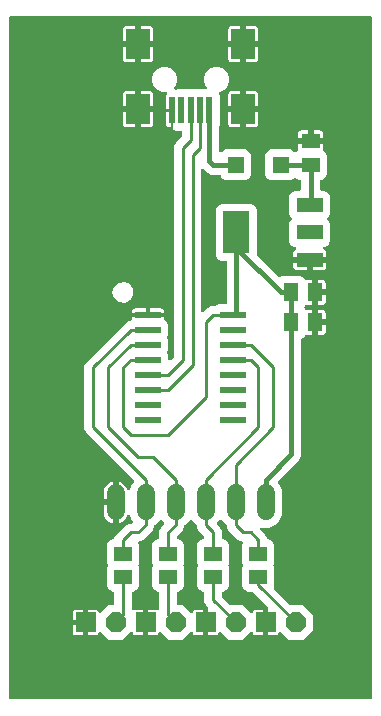
<source format=gbr>
G04 EAGLE Gerber RS-274X export*
G75*
%MOMM*%
%FSLAX34Y34*%
%LPD*%
%INTop Copper*%
%IPPOS*%
%AMOC8*
5,1,8,0,0,1.08239X$1,22.5*%
G01*
%ADD10R,1.600000X1.300000*%
%ADD11R,2.000000X2.500000*%
%ADD12R,0.500000X2.300000*%
%ADD13R,2.200000X0.600000*%
%ADD14R,2.235200X1.219200*%
%ADD15R,2.200000X3.600000*%
%ADD16C,1.524000*%
%ADD17R,1.400000X1.400000*%
%ADD18P,1.814519X8X202.500000*%
%ADD19R,1.676400X1.676400*%
%ADD20R,1.500000X1.300000*%
%ADD21R,1.300000X1.600000*%
%ADD22C,0.254000*%
%ADD23C,0.203200*%
%ADD24C,0.406400*%

G36*
X304918Y-1254D02*
X304918Y-1254D01*
X305037Y-1247D01*
X305075Y-1234D01*
X305116Y-1229D01*
X305226Y-1186D01*
X305339Y-1149D01*
X305374Y-1127D01*
X305411Y-1112D01*
X305507Y-1043D01*
X305608Y-979D01*
X305636Y-949D01*
X305669Y-926D01*
X305745Y-834D01*
X305826Y-747D01*
X305846Y-712D01*
X305871Y-681D01*
X305922Y-573D01*
X305980Y-469D01*
X305990Y-429D01*
X306007Y-393D01*
X306029Y-276D01*
X306059Y-161D01*
X306063Y-101D01*
X306067Y-81D01*
X306065Y-60D01*
X306069Y0D01*
X306069Y575310D01*
X306054Y575428D01*
X306047Y575547D01*
X306034Y575585D01*
X306029Y575626D01*
X305986Y575736D01*
X305949Y575849D01*
X305927Y575884D01*
X305912Y575921D01*
X305843Y576017D01*
X305779Y576118D01*
X305749Y576146D01*
X305726Y576179D01*
X305634Y576255D01*
X305547Y576336D01*
X305512Y576356D01*
X305481Y576381D01*
X305373Y576432D01*
X305269Y576490D01*
X305229Y576500D01*
X305193Y576517D01*
X305076Y576539D01*
X304961Y576569D01*
X304901Y576573D01*
X304881Y576577D01*
X304860Y576575D01*
X304800Y576579D01*
X0Y576579D01*
X-118Y576564D01*
X-237Y576557D01*
X-275Y576544D01*
X-316Y576539D01*
X-426Y576496D01*
X-539Y576459D01*
X-574Y576437D01*
X-611Y576422D01*
X-707Y576353D01*
X-808Y576289D01*
X-836Y576259D01*
X-869Y576236D01*
X-945Y576144D01*
X-1026Y576057D01*
X-1046Y576022D01*
X-1071Y575991D01*
X-1122Y575883D01*
X-1180Y575779D01*
X-1190Y575739D01*
X-1207Y575703D01*
X-1229Y575586D01*
X-1259Y575471D01*
X-1263Y575411D01*
X-1267Y575391D01*
X-1265Y575370D01*
X-1269Y575310D01*
X-1269Y0D01*
X-1254Y-118D01*
X-1247Y-237D01*
X-1234Y-275D01*
X-1229Y-316D01*
X-1186Y-426D01*
X-1149Y-539D01*
X-1127Y-574D01*
X-1112Y-611D01*
X-1043Y-707D01*
X-979Y-808D01*
X-949Y-836D01*
X-926Y-869D01*
X-834Y-945D01*
X-747Y-1026D01*
X-712Y-1046D01*
X-681Y-1071D01*
X-573Y-1122D01*
X-469Y-1180D01*
X-429Y-1190D01*
X-393Y-1207D01*
X-276Y-1229D01*
X-161Y-1259D01*
X-101Y-1263D01*
X-81Y-1267D01*
X-60Y-1265D01*
X0Y-1269D01*
X304800Y-1269D01*
X304918Y-1254D01*
G37*
%LPC*%
G36*
X82903Y49021D02*
X82903Y49021D01*
X76552Y55372D01*
X76447Y55454D01*
X76346Y55539D01*
X76322Y55551D01*
X76300Y55567D01*
X76179Y55620D01*
X76060Y55678D01*
X76033Y55683D01*
X76008Y55694D01*
X75878Y55715D01*
X75748Y55741D01*
X75721Y55739D01*
X75694Y55744D01*
X75562Y55731D01*
X75430Y55724D01*
X75405Y55716D01*
X75378Y55714D01*
X75253Y55669D01*
X75127Y55630D01*
X75104Y55615D01*
X75078Y55606D01*
X74969Y55532D01*
X74856Y55462D01*
X74838Y55443D01*
X74815Y55428D01*
X74728Y55328D01*
X74636Y55233D01*
X74623Y55209D01*
X74605Y55189D01*
X74545Y55071D01*
X74480Y54956D01*
X74467Y54920D01*
X74460Y54906D01*
X74455Y54885D01*
X74428Y54803D01*
X74250Y54137D01*
X73915Y53558D01*
X73442Y53085D01*
X72863Y52750D01*
X72216Y52577D01*
X65531Y52577D01*
X65531Y62738D01*
X65516Y62856D01*
X65509Y62975D01*
X65496Y63013D01*
X65491Y63053D01*
X65448Y63164D01*
X65411Y63277D01*
X65389Y63311D01*
X65374Y63349D01*
X65305Y63445D01*
X65271Y63497D01*
X65288Y63515D01*
X65308Y63550D01*
X65333Y63582D01*
X65384Y63689D01*
X65442Y63794D01*
X65452Y63833D01*
X65469Y63869D01*
X65491Y63986D01*
X65521Y64102D01*
X65525Y64162D01*
X65529Y64182D01*
X65527Y64202D01*
X65531Y64262D01*
X65531Y74423D01*
X72216Y74423D01*
X72863Y74250D01*
X73442Y73915D01*
X73915Y73442D01*
X74250Y72863D01*
X74428Y72197D01*
X74478Y72074D01*
X74523Y71949D01*
X74538Y71927D01*
X74548Y71902D01*
X74627Y71796D01*
X74701Y71686D01*
X74722Y71668D01*
X74738Y71647D01*
X74841Y71563D01*
X74940Y71476D01*
X74964Y71464D01*
X74985Y71447D01*
X75106Y71391D01*
X75223Y71331D01*
X75249Y71325D01*
X75274Y71314D01*
X75404Y71291D01*
X75533Y71262D01*
X75560Y71262D01*
X75587Y71258D01*
X75719Y71267D01*
X75851Y71271D01*
X75877Y71279D01*
X75904Y71281D01*
X76030Y71323D01*
X76157Y71360D01*
X76180Y71373D01*
X76206Y71382D01*
X76317Y71454D01*
X76431Y71521D01*
X76459Y71546D01*
X76473Y71555D01*
X76487Y71571D01*
X76552Y71628D01*
X82903Y77979D01*
X86614Y77979D01*
X86732Y77994D01*
X86851Y78001D01*
X86889Y78014D01*
X86930Y78019D01*
X87040Y78062D01*
X87153Y78099D01*
X87188Y78121D01*
X87225Y78136D01*
X87321Y78205D01*
X87422Y78269D01*
X87450Y78299D01*
X87483Y78322D01*
X87559Y78414D01*
X87640Y78501D01*
X87660Y78536D01*
X87685Y78567D01*
X87736Y78675D01*
X87794Y78779D01*
X87804Y78819D01*
X87821Y78855D01*
X87843Y78972D01*
X87873Y79087D01*
X87877Y79147D01*
X87881Y79167D01*
X87879Y79188D01*
X87883Y79248D01*
X87883Y88394D01*
X87868Y88512D01*
X87861Y88631D01*
X87848Y88669D01*
X87843Y88710D01*
X87800Y88820D01*
X87763Y88933D01*
X87741Y88968D01*
X87726Y89005D01*
X87657Y89101D01*
X87593Y89202D01*
X87563Y89230D01*
X87540Y89263D01*
X87448Y89339D01*
X87361Y89420D01*
X87326Y89440D01*
X87295Y89465D01*
X87187Y89516D01*
X87083Y89574D01*
X87043Y89584D01*
X87007Y89601D01*
X86890Y89623D01*
X86775Y89653D01*
X86715Y89657D01*
X86695Y89661D01*
X86674Y89659D01*
X86614Y89663D01*
X86537Y89663D01*
X84296Y90591D01*
X82581Y92306D01*
X81653Y94547D01*
X81653Y109973D01*
X82192Y111274D01*
X82219Y111370D01*
X82254Y111462D01*
X82260Y111523D01*
X82276Y111581D01*
X82278Y111680D01*
X82289Y111778D01*
X82280Y111838D01*
X82281Y111899D01*
X82258Y111995D01*
X82244Y112093D01*
X82212Y112188D01*
X82207Y112208D01*
X82201Y112219D01*
X82192Y112246D01*
X81653Y113547D01*
X81653Y128973D01*
X82581Y131214D01*
X84296Y132929D01*
X86537Y133857D01*
X86638Y133857D01*
X86667Y133860D01*
X86697Y133858D01*
X86825Y133880D01*
X86954Y133897D01*
X86981Y133907D01*
X87010Y133912D01*
X87129Y133966D01*
X87249Y134014D01*
X87273Y134031D01*
X87300Y134043D01*
X87401Y134124D01*
X87507Y134200D01*
X87526Y134223D01*
X87549Y134242D01*
X87626Y134345D01*
X87709Y134445D01*
X87722Y134472D01*
X87740Y134496D01*
X87811Y134640D01*
X89005Y137523D01*
X97427Y145945D01*
X100135Y147067D01*
X102251Y147067D01*
X102389Y147084D01*
X102527Y147097D01*
X102546Y147104D01*
X102566Y147107D01*
X102696Y147158D01*
X102826Y147205D01*
X102843Y147216D01*
X102862Y147224D01*
X102974Y147305D01*
X103089Y147383D01*
X103103Y147399D01*
X103119Y147410D01*
X103208Y147518D01*
X103300Y147622D01*
X103309Y147640D01*
X103322Y147655D01*
X103381Y147781D01*
X103444Y147905D01*
X103449Y147925D01*
X103458Y147943D01*
X103484Y148080D01*
X103514Y148215D01*
X103514Y148236D01*
X103517Y148255D01*
X103509Y148394D01*
X103504Y148533D01*
X103499Y148553D01*
X103498Y148573D01*
X103455Y148705D01*
X103416Y148839D01*
X103406Y148856D01*
X103400Y148875D01*
X103325Y148993D01*
X103255Y149113D01*
X103236Y149134D01*
X103229Y149144D01*
X103214Y149158D01*
X103148Y149234D01*
X102671Y149710D01*
X100843Y154125D01*
X100828Y154151D01*
X100819Y154179D01*
X100750Y154288D01*
X100685Y154401D01*
X100664Y154423D01*
X100649Y154448D01*
X100554Y154536D01*
X100464Y154630D01*
X100439Y154645D01*
X100417Y154666D01*
X100303Y154728D01*
X100193Y154796D01*
X100164Y154805D01*
X100138Y154819D01*
X100013Y154851D01*
X99889Y154889D01*
X99859Y154891D01*
X99830Y154898D01*
X99700Y154898D01*
X99571Y154905D01*
X99542Y154898D01*
X99512Y154899D01*
X99387Y154866D01*
X99260Y154840D01*
X99233Y154827D01*
X99204Y154820D01*
X99091Y154758D01*
X98974Y154701D01*
X98951Y154681D01*
X98925Y154667D01*
X98831Y154578D01*
X98732Y154494D01*
X98715Y154470D01*
X98693Y154449D01*
X98624Y154340D01*
X98549Y154234D01*
X98538Y154206D01*
X98522Y154181D01*
X98463Y154031D01*
X98316Y153580D01*
X97590Y152155D01*
X96650Y150861D01*
X95519Y149730D01*
X94225Y148790D01*
X92800Y148064D01*
X91439Y147621D01*
X91439Y163830D01*
X91424Y163948D01*
X91417Y164067D01*
X91404Y164105D01*
X91399Y164145D01*
X91356Y164256D01*
X91319Y164369D01*
X91297Y164403D01*
X91282Y164441D01*
X91212Y164537D01*
X91149Y164638D01*
X91119Y164666D01*
X91095Y164698D01*
X91004Y164774D01*
X90917Y164856D01*
X90882Y164875D01*
X90851Y164901D01*
X90743Y164952D01*
X90639Y165009D01*
X90599Y165020D01*
X90563Y165037D01*
X90446Y165059D01*
X90331Y165089D01*
X90270Y165093D01*
X90250Y165097D01*
X90230Y165095D01*
X90170Y165099D01*
X88899Y165099D01*
X88899Y165101D01*
X90170Y165101D01*
X90288Y165116D01*
X90407Y165123D01*
X90445Y165136D01*
X90485Y165141D01*
X90596Y165185D01*
X90709Y165221D01*
X90744Y165243D01*
X90781Y165258D01*
X90877Y165328D01*
X90978Y165391D01*
X91006Y165421D01*
X91039Y165445D01*
X91114Y165536D01*
X91196Y165623D01*
X91216Y165658D01*
X91241Y165690D01*
X91292Y165797D01*
X91350Y165902D01*
X91360Y165941D01*
X91377Y165977D01*
X91399Y166094D01*
X91429Y166209D01*
X91433Y166270D01*
X91437Y166290D01*
X91435Y166310D01*
X91439Y166370D01*
X91439Y182579D01*
X92800Y182136D01*
X94225Y181410D01*
X95519Y180470D01*
X96650Y179339D01*
X97590Y178045D01*
X98316Y176620D01*
X98463Y176169D01*
X98476Y176142D01*
X98483Y176113D01*
X98543Y175998D01*
X98599Y175881D01*
X98617Y175858D01*
X98631Y175831D01*
X98719Y175735D01*
X98801Y175636D01*
X98825Y175618D01*
X98845Y175596D01*
X98954Y175525D01*
X99058Y175449D01*
X99086Y175438D01*
X99111Y175421D01*
X99234Y175379D01*
X99354Y175332D01*
X99384Y175328D01*
X99412Y175318D01*
X99541Y175308D01*
X99670Y175292D01*
X99699Y175295D01*
X99729Y175293D01*
X99857Y175315D01*
X99985Y175331D01*
X100013Y175342D01*
X100042Y175347D01*
X100161Y175401D01*
X100281Y175448D01*
X100305Y175466D01*
X100332Y175478D01*
X100433Y175559D01*
X100538Y175635D01*
X100557Y175658D01*
X100581Y175677D01*
X100659Y175780D01*
X100741Y175880D01*
X100754Y175907D01*
X100772Y175931D01*
X100843Y176075D01*
X102671Y180490D01*
X104209Y182028D01*
X104282Y182122D01*
X104361Y182211D01*
X104379Y182247D01*
X104404Y182279D01*
X104452Y182388D01*
X104506Y182494D01*
X104514Y182534D01*
X104531Y182571D01*
X104549Y182688D01*
X104575Y182804D01*
X104574Y182845D01*
X104580Y182885D01*
X104569Y183003D01*
X104566Y183122D01*
X104554Y183161D01*
X104551Y183201D01*
X104510Y183314D01*
X104477Y183428D01*
X104457Y183463D01*
X104443Y183501D01*
X104376Y183599D01*
X104316Y183702D01*
X104276Y183747D01*
X104264Y183764D01*
X104249Y183777D01*
X104209Y183823D01*
X65856Y222176D01*
X63605Y224427D01*
X62483Y227135D01*
X62483Y280865D01*
X63605Y283573D01*
X97427Y317395D01*
X100135Y318517D01*
X100619Y318517D01*
X100717Y318529D01*
X100816Y318532D01*
X100874Y318549D01*
X100934Y318557D01*
X101027Y318593D01*
X101122Y318621D01*
X101174Y318651D01*
X101230Y318674D01*
X101310Y318732D01*
X101396Y318782D01*
X101471Y318848D01*
X101487Y318860D01*
X101495Y318870D01*
X101516Y318889D01*
X101946Y319319D01*
X102076Y319372D01*
X102101Y319387D01*
X102129Y319396D01*
X102239Y319465D01*
X102352Y319530D01*
X102373Y319550D01*
X102398Y319566D01*
X102487Y319661D01*
X102580Y319751D01*
X102596Y319776D01*
X102616Y319798D01*
X102679Y319911D01*
X102747Y320022D01*
X102755Y320050D01*
X102770Y320076D01*
X102802Y320202D01*
X102840Y320326D01*
X102842Y320355D01*
X102849Y320384D01*
X102859Y320545D01*
X102859Y322351D01*
X116170Y322351D01*
X116288Y322366D01*
X116407Y322373D01*
X116414Y322375D01*
X116470Y322361D01*
X116530Y322357D01*
X116550Y322353D01*
X116570Y322355D01*
X116630Y322351D01*
X129941Y322351D01*
X129941Y320545D01*
X129944Y320515D01*
X129942Y320486D01*
X129964Y320358D01*
X129981Y320229D01*
X129991Y320202D01*
X129996Y320173D01*
X130050Y320054D01*
X130098Y319934D01*
X130115Y319910D01*
X130127Y319883D01*
X130208Y319781D01*
X130284Y319676D01*
X130307Y319657D01*
X130326Y319634D01*
X130429Y319556D01*
X130529Y319473D01*
X130556Y319461D01*
X130580Y319443D01*
X130724Y319372D01*
X130854Y319319D01*
X132569Y317604D01*
X133497Y315363D01*
X133497Y306937D01*
X132813Y305286D01*
X132787Y305190D01*
X132751Y305098D01*
X132745Y305037D01*
X132729Y304979D01*
X132727Y304880D01*
X132716Y304782D01*
X132725Y304722D01*
X132724Y304661D01*
X132747Y304565D01*
X132761Y304467D01*
X132793Y304372D01*
X132798Y304352D01*
X132804Y304341D01*
X132813Y304314D01*
X133497Y302663D01*
X133497Y294237D01*
X132813Y292586D01*
X132787Y292490D01*
X132751Y292398D01*
X132745Y292337D01*
X132729Y292279D01*
X132727Y292180D01*
X132716Y292082D01*
X132725Y292022D01*
X132724Y291961D01*
X132747Y291865D01*
X132761Y291767D01*
X132793Y291672D01*
X132798Y291652D01*
X132804Y291641D01*
X132813Y291614D01*
X133497Y289963D01*
X133497Y286679D01*
X133514Y286542D01*
X133527Y286403D01*
X133534Y286384D01*
X133537Y286364D01*
X133588Y286235D01*
X133635Y286103D01*
X133646Y286087D01*
X133654Y286068D01*
X133735Y285955D01*
X133813Y285840D01*
X133829Y285827D01*
X133840Y285811D01*
X133948Y285722D01*
X134052Y285630D01*
X134070Y285621D01*
X134085Y285608D01*
X134211Y285548D01*
X134335Y285485D01*
X134355Y285481D01*
X134373Y285472D01*
X134509Y285446D01*
X134645Y285416D01*
X134666Y285416D01*
X134685Y285412D01*
X134824Y285421D01*
X134963Y285425D01*
X134983Y285431D01*
X135003Y285432D01*
X135135Y285475D01*
X135269Y285514D01*
X135286Y285524D01*
X135305Y285530D01*
X135423Y285605D01*
X135543Y285675D01*
X135564Y285694D01*
X135574Y285700D01*
X135588Y285715D01*
X135663Y285782D01*
X138312Y288430D01*
X138372Y288508D01*
X138440Y288580D01*
X138469Y288633D01*
X138506Y288681D01*
X138546Y288772D01*
X138594Y288859D01*
X138609Y288917D01*
X138633Y288973D01*
X138648Y289071D01*
X138673Y289166D01*
X138679Y289267D01*
X138683Y289287D01*
X138681Y289299D01*
X138683Y289327D01*
X138683Y466955D01*
X139805Y469663D01*
X144662Y474520D01*
X144722Y474598D01*
X144790Y474670D01*
X144819Y474723D01*
X144856Y474771D01*
X144896Y474862D01*
X144944Y474949D01*
X144959Y475007D01*
X144983Y475063D01*
X144998Y475161D01*
X145023Y475256D01*
X145029Y475356D01*
X145033Y475377D01*
X145031Y475389D01*
X145033Y475417D01*
X145033Y478374D01*
X145018Y478492D01*
X145011Y478611D01*
X144998Y478649D01*
X144993Y478690D01*
X144950Y478800D01*
X144913Y478913D01*
X144891Y478948D01*
X144876Y478985D01*
X144807Y479081D01*
X144743Y479182D01*
X144713Y479210D01*
X144690Y479243D01*
X144598Y479319D01*
X144511Y479400D01*
X144476Y479420D01*
X144445Y479445D01*
X144337Y479496D01*
X144233Y479554D01*
X144193Y479564D01*
X144157Y479581D01*
X144040Y479603D01*
X143925Y479633D01*
X143865Y479637D01*
X143845Y479641D01*
X143824Y479639D01*
X143764Y479643D01*
X140687Y479643D01*
X138446Y480571D01*
X136731Y482286D01*
X136678Y482416D01*
X136663Y482441D01*
X136654Y482469D01*
X136585Y482579D01*
X136520Y482692D01*
X136500Y482713D01*
X136484Y482738D01*
X136389Y482827D01*
X136299Y482920D01*
X136274Y482936D01*
X136252Y482956D01*
X136139Y483019D01*
X136028Y483087D01*
X136000Y483095D01*
X135974Y483110D01*
X135848Y483142D01*
X135724Y483180D01*
X135695Y483182D01*
X135666Y483189D01*
X135505Y483199D01*
X133566Y483199D01*
X132919Y483372D01*
X132340Y483707D01*
X131867Y484180D01*
X131532Y484759D01*
X131359Y485406D01*
X131359Y495971D01*
X134534Y495971D01*
X134652Y495986D01*
X134771Y495993D01*
X134809Y496005D01*
X134850Y496010D01*
X134960Y496054D01*
X135073Y496091D01*
X135108Y496113D01*
X135145Y496127D01*
X135241Y496197D01*
X135342Y496261D01*
X135370Y496291D01*
X135403Y496314D01*
X135479Y496406D01*
X135560Y496493D01*
X135580Y496528D01*
X135605Y496559D01*
X135656Y496667D01*
X135714Y496771D01*
X135724Y496810D01*
X135741Y496847D01*
X135763Y496964D01*
X135793Y497079D01*
X135797Y497139D01*
X135801Y497159D01*
X135801Y497160D01*
X135799Y497180D01*
X135803Y497240D01*
X135788Y497358D01*
X135781Y497477D01*
X135768Y497515D01*
X135763Y497556D01*
X135720Y497666D01*
X135683Y497780D01*
X135661Y497814D01*
X135646Y497851D01*
X135577Y497948D01*
X135513Y498048D01*
X135483Y498076D01*
X135460Y498109D01*
X135368Y498185D01*
X135281Y498266D01*
X135246Y498286D01*
X135215Y498312D01*
X135107Y498362D01*
X135003Y498420D01*
X134963Y498430D01*
X134927Y498447D01*
X134810Y498469D01*
X134695Y498499D01*
X134635Y498503D01*
X134615Y498507D01*
X134594Y498506D01*
X134534Y498509D01*
X131359Y498509D01*
X131359Y509074D01*
X131532Y509721D01*
X131867Y510300D01*
X132043Y510476D01*
X132128Y510586D01*
X132217Y510693D01*
X132226Y510712D01*
X132238Y510728D01*
X132294Y510856D01*
X132353Y510981D01*
X132357Y511001D01*
X132365Y511020D01*
X132386Y511157D01*
X132413Y511294D01*
X132411Y511314D01*
X132415Y511334D01*
X132402Y511472D01*
X132393Y511611D01*
X132387Y511630D01*
X132385Y511650D01*
X132338Y511781D01*
X132295Y511913D01*
X132284Y511931D01*
X132277Y511950D01*
X132199Y512065D01*
X132125Y512182D01*
X132110Y512196D01*
X132099Y512213D01*
X131994Y512305D01*
X131893Y512400D01*
X131875Y512410D01*
X131860Y512423D01*
X131736Y512486D01*
X131615Y512554D01*
X131595Y512559D01*
X131577Y512568D01*
X131441Y512598D01*
X131307Y512633D01*
X131279Y512635D01*
X131267Y512638D01*
X131246Y512637D01*
X131146Y512643D01*
X128292Y512643D01*
X124397Y514257D01*
X121417Y517237D01*
X119803Y521132D01*
X119803Y525348D01*
X121417Y529243D01*
X124397Y532223D01*
X128292Y533837D01*
X132508Y533837D01*
X136403Y532223D01*
X139383Y529243D01*
X140997Y525348D01*
X140997Y521132D01*
X139383Y517237D01*
X138875Y516729D01*
X138832Y516674D01*
X138782Y516626D01*
X138735Y516549D01*
X138680Y516478D01*
X138653Y516414D01*
X138616Y516354D01*
X138590Y516269D01*
X138554Y516186D01*
X138543Y516117D01*
X138522Y516050D01*
X138518Y515961D01*
X138504Y515872D01*
X138511Y515802D01*
X138507Y515733D01*
X138525Y515645D01*
X138534Y515555D01*
X138558Y515490D01*
X138572Y515421D01*
X138611Y515341D01*
X138642Y515256D01*
X138681Y515198D01*
X138711Y515136D01*
X138770Y515067D01*
X138820Y514993D01*
X138872Y514947D01*
X138918Y514894D01*
X138991Y514842D01*
X139059Y514783D01*
X139121Y514751D01*
X139178Y514711D01*
X139262Y514679D01*
X139342Y514638D01*
X139410Y514623D01*
X139475Y514598D01*
X139564Y514588D01*
X139652Y514568D01*
X139722Y514570D01*
X139791Y514563D01*
X139880Y514575D01*
X139970Y514578D01*
X140037Y514597D01*
X140106Y514607D01*
X140258Y514659D01*
X140687Y514837D01*
X148214Y514837D01*
X148220Y514835D01*
X148320Y514833D01*
X148419Y514822D01*
X148479Y514831D01*
X148538Y514830D01*
X148567Y514837D01*
X156214Y514837D01*
X156220Y514835D01*
X156320Y514833D01*
X156419Y514822D01*
X156479Y514831D01*
X156538Y514830D01*
X156567Y514837D01*
X164214Y514837D01*
X164220Y514835D01*
X164320Y514833D01*
X164419Y514822D01*
X164479Y514831D01*
X164538Y514830D01*
X164567Y514837D01*
X164753Y514837D01*
X164891Y514854D01*
X165029Y514867D01*
X165048Y514874D01*
X165069Y514877D01*
X165198Y514928D01*
X165329Y514975D01*
X165345Y514986D01*
X165364Y514994D01*
X165477Y515075D01*
X165592Y515153D01*
X165605Y515169D01*
X165622Y515180D01*
X165710Y515287D01*
X165802Y515392D01*
X165811Y515410D01*
X165824Y515425D01*
X165883Y515551D01*
X165947Y515675D01*
X165951Y515695D01*
X165960Y515713D01*
X165986Y515849D01*
X166017Y515985D01*
X166016Y516006D01*
X166020Y516025D01*
X166011Y516164D01*
X166007Y516303D01*
X166001Y516323D01*
X166000Y516343D01*
X165957Y516475D01*
X165918Y516609D01*
X165908Y516626D01*
X165902Y516645D01*
X165828Y516763D01*
X165757Y516883D01*
X165738Y516904D01*
X165732Y516914D01*
X165717Y516928D01*
X165650Y517004D01*
X165416Y517237D01*
X163803Y521132D01*
X163803Y525348D01*
X165417Y529243D01*
X168397Y532223D01*
X172292Y533837D01*
X176508Y533837D01*
X180403Y532223D01*
X183383Y529243D01*
X184997Y525348D01*
X184997Y521132D01*
X183383Y517237D01*
X180403Y514257D01*
X177147Y512908D01*
X177043Y512849D01*
X176936Y512797D01*
X176905Y512770D01*
X176870Y512750D01*
X176785Y512667D01*
X176694Y512590D01*
X176671Y512557D01*
X176642Y512529D01*
X176580Y512427D01*
X176511Y512330D01*
X176497Y512292D01*
X176476Y512258D01*
X176441Y512144D01*
X176398Y512033D01*
X176394Y511993D01*
X176382Y511954D01*
X176376Y511835D01*
X176363Y511717D01*
X176369Y511677D01*
X176367Y511636D01*
X176391Y511520D01*
X176408Y511402D01*
X176427Y511345D01*
X176431Y511325D01*
X176440Y511306D01*
X176460Y511249D01*
X176997Y509953D01*
X176997Y484527D01*
X176625Y483631D01*
X176623Y483622D01*
X176618Y483614D01*
X176581Y483468D01*
X176541Y483324D01*
X176541Y483315D01*
X176539Y483306D01*
X176529Y483145D01*
X176529Y462515D01*
X176546Y462377D01*
X176559Y462239D01*
X176566Y462220D01*
X176569Y462200D01*
X176620Y462070D01*
X176667Y461939D01*
X176678Y461923D01*
X176686Y461904D01*
X176767Y461791D01*
X176845Y461676D01*
X176861Y461663D01*
X176872Y461646D01*
X176980Y461558D01*
X177084Y461466D01*
X177102Y461457D01*
X177117Y461444D01*
X177243Y461384D01*
X177367Y461321D01*
X177387Y461317D01*
X177405Y461308D01*
X177542Y461282D01*
X177677Y461252D01*
X177698Y461252D01*
X177717Y461248D01*
X177856Y461257D01*
X177995Y461261D01*
X178015Y461267D01*
X178035Y461268D01*
X178167Y461311D01*
X178301Y461350D01*
X178318Y461360D01*
X178337Y461366D01*
X178455Y461441D01*
X178575Y461511D01*
X178596Y461530D01*
X178606Y461536D01*
X178620Y461551D01*
X178695Y461618D01*
X180096Y463019D01*
X182337Y463947D01*
X198763Y463947D01*
X201004Y463019D01*
X202719Y461304D01*
X203647Y459063D01*
X203647Y442637D01*
X202719Y440396D01*
X201004Y438681D01*
X198763Y437753D01*
X182337Y437753D01*
X180096Y438681D01*
X178381Y440396D01*
X177743Y441938D01*
X177728Y441963D01*
X177719Y441991D01*
X177650Y442101D01*
X177585Y442214D01*
X177565Y442235D01*
X177549Y442260D01*
X177455Y442349D01*
X177364Y442442D01*
X177339Y442458D01*
X177318Y442478D01*
X177204Y442541D01*
X177093Y442609D01*
X177065Y442617D01*
X177039Y442632D01*
X176913Y442664D01*
X176789Y442702D01*
X176760Y442704D01*
X176731Y442711D01*
X176570Y442721D01*
X169833Y442721D01*
X166845Y443959D01*
X164380Y446424D01*
X163583Y447221D01*
X163474Y447306D01*
X163367Y447395D01*
X163348Y447403D01*
X163332Y447416D01*
X163204Y447471D01*
X163079Y447530D01*
X163059Y447534D01*
X163040Y447542D01*
X162902Y447564D01*
X162766Y447590D01*
X162746Y447589D01*
X162726Y447592D01*
X162587Y447579D01*
X162449Y447570D01*
X162430Y447564D01*
X162410Y447562D01*
X162279Y447515D01*
X162147Y447472D01*
X162129Y447461D01*
X162110Y447454D01*
X161996Y447377D01*
X161878Y447302D01*
X161864Y447287D01*
X161847Y447276D01*
X161755Y447172D01*
X161660Y447070D01*
X161650Y447053D01*
X161637Y447037D01*
X161574Y446914D01*
X161506Y446792D01*
X161501Y446772D01*
X161492Y446754D01*
X161462Y446618D01*
X161427Y446484D01*
X161425Y446456D01*
X161422Y446444D01*
X161423Y446423D01*
X161417Y446323D01*
X161417Y327299D01*
X161434Y327161D01*
X161447Y327023D01*
X161454Y327004D01*
X161457Y326984D01*
X161508Y326854D01*
X161555Y326723D01*
X161566Y326707D01*
X161574Y326688D01*
X161655Y326576D01*
X161733Y326460D01*
X161749Y326447D01*
X161760Y326431D01*
X161868Y326342D01*
X161972Y326250D01*
X161990Y326241D01*
X162005Y326228D01*
X162131Y326168D01*
X162255Y326105D01*
X162275Y326101D01*
X162293Y326092D01*
X162430Y326066D01*
X162565Y326036D01*
X162586Y326036D01*
X162605Y326032D01*
X162744Y326041D01*
X162883Y326045D01*
X162903Y326051D01*
X162923Y326052D01*
X163055Y326095D01*
X163189Y326134D01*
X163206Y326144D01*
X163225Y326150D01*
X163343Y326225D01*
X163463Y326295D01*
X163484Y326314D01*
X163494Y326320D01*
X163508Y326335D01*
X163583Y326402D01*
X165026Y327844D01*
X167277Y330095D01*
X169985Y331217D01*
X172619Y331217D01*
X172717Y331229D01*
X172816Y331232D01*
X172874Y331249D01*
X172934Y331257D01*
X173027Y331293D01*
X173122Y331321D01*
X173174Y331351D01*
X173230Y331374D01*
X173310Y331432D01*
X173396Y331482D01*
X173471Y331548D01*
X173487Y331560D01*
X173495Y331570D01*
X173516Y331589D01*
X173947Y332019D01*
X176187Y332947D01*
X181862Y332947D01*
X181980Y332962D01*
X182099Y332969D01*
X182137Y332982D01*
X182178Y332987D01*
X182288Y333030D01*
X182401Y333067D01*
X182436Y333089D01*
X182473Y333104D01*
X182569Y333173D01*
X182670Y333237D01*
X182698Y333267D01*
X182731Y333290D01*
X182807Y333382D01*
X182888Y333469D01*
X182908Y333504D01*
X182933Y333535D01*
X182984Y333643D01*
X183042Y333747D01*
X183052Y333787D01*
X183069Y333823D01*
X183091Y333940D01*
X183121Y334055D01*
X183125Y334115D01*
X183129Y334135D01*
X183127Y334156D01*
X183131Y334216D01*
X183131Y368334D01*
X183116Y368452D01*
X183109Y368571D01*
X183096Y368609D01*
X183091Y368650D01*
X183048Y368760D01*
X183011Y368873D01*
X182989Y368908D01*
X182974Y368945D01*
X182905Y369041D01*
X182841Y369142D01*
X182811Y369170D01*
X182788Y369203D01*
X182696Y369279D01*
X182609Y369360D01*
X182574Y369380D01*
X182543Y369405D01*
X182435Y369456D01*
X182331Y369514D01*
X182291Y369524D01*
X182255Y369541D01*
X182138Y369563D01*
X182023Y369593D01*
X181963Y369597D01*
X181943Y369601D01*
X181922Y369599D01*
X181862Y369603D01*
X179047Y369603D01*
X176806Y370531D01*
X175091Y372246D01*
X174163Y374487D01*
X174163Y412913D01*
X175091Y415154D01*
X176806Y416869D01*
X179047Y417797D01*
X203473Y417797D01*
X205714Y416869D01*
X207429Y415154D01*
X208357Y412913D01*
X208357Y375165D01*
X208369Y375067D01*
X208372Y374968D01*
X208389Y374909D01*
X208397Y374849D01*
X208433Y374757D01*
X208461Y374662D01*
X208491Y374610D01*
X208514Y374554D01*
X208572Y374474D01*
X208622Y374388D01*
X208688Y374313D01*
X208700Y374296D01*
X208710Y374288D01*
X208728Y374267D01*
X226553Y356443D01*
X226576Y356425D01*
X226595Y356402D01*
X226701Y356328D01*
X226804Y356248D01*
X226831Y356236D01*
X226855Y356219D01*
X226977Y356173D01*
X227096Y356122D01*
X227125Y356117D01*
X227153Y356107D01*
X227282Y356092D01*
X227410Y356072D01*
X227439Y356075D01*
X227469Y356071D01*
X227597Y356089D01*
X227727Y356102D01*
X227754Y356112D01*
X227784Y356116D01*
X227936Y356168D01*
X229937Y356997D01*
X245363Y356997D01*
X247604Y356069D01*
X249319Y354354D01*
X249382Y354199D01*
X249400Y354168D01*
X249412Y354133D01*
X249479Y354029D01*
X249540Y353923D01*
X249565Y353897D01*
X249585Y353866D01*
X249675Y353783D01*
X249761Y353695D01*
X249792Y353675D01*
X249819Y353651D01*
X249927Y353593D01*
X250032Y353528D01*
X250067Y353518D01*
X250099Y353500D01*
X250219Y353471D01*
X250336Y353435D01*
X250373Y353433D01*
X250408Y353424D01*
X250531Y353425D01*
X250654Y353420D01*
X250690Y353427D01*
X250726Y353427D01*
X250793Y353441D01*
X255111Y353441D01*
X255111Y344170D01*
X255126Y344052D01*
X255133Y343933D01*
X255146Y343895D01*
X255151Y343855D01*
X255194Y343744D01*
X255231Y343631D01*
X255253Y343596D01*
X255268Y343559D01*
X255338Y343463D01*
X255401Y343362D01*
X255431Y343334D01*
X255455Y343302D01*
X255546Y343226D01*
X255633Y343144D01*
X255668Y343125D01*
X255699Y343099D01*
X255807Y343048D01*
X255911Y342991D01*
X255951Y342980D01*
X255987Y342963D01*
X256104Y342941D01*
X256219Y342911D01*
X256280Y342907D01*
X256300Y342903D01*
X256320Y342905D01*
X256380Y342901D01*
X257651Y342901D01*
X257651Y342899D01*
X256380Y342899D01*
X256262Y342884D01*
X256143Y342877D01*
X256105Y342864D01*
X256065Y342859D01*
X255954Y342815D01*
X255841Y342779D01*
X255806Y342757D01*
X255769Y342742D01*
X255673Y342672D01*
X255572Y342609D01*
X255544Y342579D01*
X255511Y342555D01*
X255436Y342464D01*
X255354Y342377D01*
X255334Y342342D01*
X255309Y342310D01*
X255258Y342203D01*
X255200Y342099D01*
X255190Y342059D01*
X255173Y342023D01*
X255151Y341906D01*
X255121Y341791D01*
X255117Y341730D01*
X255113Y341710D01*
X255115Y341690D01*
X255111Y341630D01*
X255111Y332359D01*
X250794Y332359D01*
X250691Y332367D01*
X250569Y332384D01*
X250533Y332380D01*
X250496Y332383D01*
X250375Y332362D01*
X250253Y332348D01*
X250219Y332335D01*
X250183Y332329D01*
X250071Y332278D01*
X249956Y332234D01*
X249926Y332213D01*
X249893Y332198D01*
X249797Y332121D01*
X249697Y332050D01*
X249673Y332022D01*
X249645Y331999D01*
X249571Y331901D01*
X249491Y331807D01*
X249475Y331774D01*
X249453Y331745D01*
X249382Y331601D01*
X249319Y331446D01*
X248970Y331098D01*
X248897Y331003D01*
X248818Y330914D01*
X248799Y330878D01*
X248775Y330846D01*
X248727Y330737D01*
X248673Y330631D01*
X248664Y330592D01*
X248648Y330554D01*
X248630Y330436D01*
X248604Y330321D01*
X248605Y330280D01*
X248598Y330240D01*
X248610Y330122D01*
X248613Y330003D01*
X248624Y329964D01*
X248628Y329924D01*
X248669Y329812D01*
X248702Y329697D01*
X248722Y329662D01*
X248736Y329624D01*
X248803Y329526D01*
X248863Y329423D01*
X248903Y329378D01*
X248914Y329361D01*
X248930Y329348D01*
X248970Y329303D01*
X249319Y328954D01*
X249382Y328799D01*
X249400Y328768D01*
X249412Y328733D01*
X249479Y328630D01*
X249540Y328523D01*
X249565Y328497D01*
X249585Y328467D01*
X249676Y328383D01*
X249761Y328295D01*
X249792Y328276D01*
X249819Y328251D01*
X249927Y328193D01*
X250032Y328128D01*
X250067Y328118D01*
X250099Y328101D01*
X250218Y328071D01*
X250336Y328035D01*
X250373Y328033D01*
X250408Y328024D01*
X250531Y328025D01*
X250654Y328020D01*
X250690Y328027D01*
X250726Y328027D01*
X250793Y328041D01*
X255111Y328041D01*
X255111Y318770D01*
X255126Y318652D01*
X255133Y318533D01*
X255146Y318495D01*
X255151Y318455D01*
X255194Y318344D01*
X255231Y318231D01*
X255253Y318196D01*
X255268Y318159D01*
X255338Y318063D01*
X255401Y317962D01*
X255431Y317934D01*
X255455Y317902D01*
X255546Y317826D01*
X255633Y317744D01*
X255668Y317725D01*
X255699Y317699D01*
X255807Y317648D01*
X255911Y317591D01*
X255951Y317580D01*
X255987Y317563D01*
X256104Y317541D01*
X256219Y317511D01*
X256280Y317507D01*
X256300Y317503D01*
X256320Y317505D01*
X256380Y317501D01*
X257651Y317501D01*
X257651Y317499D01*
X256380Y317499D01*
X256262Y317484D01*
X256143Y317477D01*
X256105Y317464D01*
X256065Y317459D01*
X255954Y317415D01*
X255841Y317379D01*
X255806Y317357D01*
X255769Y317342D01*
X255673Y317272D01*
X255572Y317209D01*
X255544Y317179D01*
X255511Y317155D01*
X255436Y317064D01*
X255354Y316977D01*
X255334Y316942D01*
X255309Y316910D01*
X255258Y316803D01*
X255200Y316699D01*
X255190Y316659D01*
X255173Y316623D01*
X255151Y316506D01*
X255121Y316391D01*
X255117Y316330D01*
X255113Y316310D01*
X255115Y316290D01*
X255111Y316230D01*
X255111Y306959D01*
X250794Y306959D01*
X250691Y306967D01*
X250568Y306984D01*
X250532Y306980D01*
X250496Y306983D01*
X250375Y306962D01*
X250253Y306948D01*
X250219Y306935D01*
X250183Y306928D01*
X250071Y306878D01*
X249956Y306834D01*
X249926Y306813D01*
X249893Y306798D01*
X249797Y306721D01*
X249696Y306650D01*
X249673Y306622D01*
X249645Y306599D01*
X249570Y306501D01*
X249491Y306407D01*
X249475Y306374D01*
X249453Y306345D01*
X249382Y306201D01*
X249319Y306046D01*
X247604Y304331D01*
X246562Y303900D01*
X246537Y303885D01*
X246509Y303876D01*
X246399Y303807D01*
X246286Y303743D01*
X246265Y303722D01*
X246240Y303706D01*
X246151Y303611D01*
X246058Y303521D01*
X246042Y303496D01*
X246022Y303475D01*
X245959Y303361D01*
X245891Y303250D01*
X245883Y303222D01*
X245868Y303196D01*
X245836Y303070D01*
X245798Y302946D01*
X245796Y302917D01*
X245789Y302888D01*
X245779Y302727D01*
X245779Y204283D01*
X244541Y201295D01*
X226530Y183284D01*
X226457Y183190D01*
X226378Y183100D01*
X226359Y183065D01*
X226335Y183033D01*
X226287Y182923D01*
X226233Y182817D01*
X226224Y182778D01*
X226208Y182741D01*
X226190Y182623D01*
X226164Y182507D01*
X226165Y182467D01*
X226158Y182427D01*
X226170Y182308D01*
X226173Y182189D01*
X226184Y182150D01*
X226188Y182110D01*
X226229Y181998D01*
X226262Y181884D01*
X226282Y181849D01*
X226296Y181811D01*
X226363Y181712D01*
X226423Y181610D01*
X226463Y181565D01*
X226474Y181548D01*
X226490Y181534D01*
X226530Y181489D01*
X227529Y180490D01*
X229617Y175448D01*
X229617Y154752D01*
X227529Y149710D01*
X223670Y145851D01*
X218628Y143763D01*
X213172Y143763D01*
X212893Y143879D01*
X212825Y143897D01*
X212761Y143925D01*
X212673Y143939D01*
X212586Y143963D01*
X212516Y143964D01*
X212447Y143975D01*
X212358Y143966D01*
X212268Y143968D01*
X212200Y143952D01*
X212131Y143945D01*
X212046Y143915D01*
X211959Y143894D01*
X211897Y143861D01*
X211831Y143837D01*
X211757Y143787D01*
X211678Y143745D01*
X211626Y143698D01*
X211568Y143659D01*
X211509Y143591D01*
X211442Y143531D01*
X211404Y143473D01*
X211358Y143420D01*
X211317Y143341D01*
X211267Y143265D01*
X211245Y143199D01*
X211213Y143137D01*
X211193Y143050D01*
X211164Y142965D01*
X211159Y142895D01*
X211143Y142827D01*
X211146Y142737D01*
X211139Y142647D01*
X211151Y142579D01*
X211153Y142509D01*
X211178Y142423D01*
X211193Y142334D01*
X211222Y142270D01*
X211241Y142203D01*
X211287Y142126D01*
X211324Y142044D01*
X211368Y141990D01*
X211403Y141930D01*
X211509Y141809D01*
X213544Y139774D01*
X215795Y137523D01*
X216989Y134640D01*
X217004Y134615D01*
X217013Y134587D01*
X217082Y134477D01*
X217147Y134364D01*
X217167Y134343D01*
X217183Y134318D01*
X217278Y134229D01*
X217368Y134136D01*
X217393Y134120D01*
X217415Y134100D01*
X217528Y134037D01*
X217639Y133969D01*
X217667Y133961D01*
X217693Y133946D01*
X217819Y133914D01*
X217943Y133876D01*
X217973Y133874D01*
X218001Y133867D01*
X218162Y133857D01*
X218263Y133857D01*
X220504Y132929D01*
X222219Y131214D01*
X223147Y128973D01*
X223147Y113547D01*
X222608Y112246D01*
X222581Y112150D01*
X222546Y112058D01*
X222540Y111997D01*
X222524Y111939D01*
X222522Y111840D01*
X222511Y111742D01*
X222520Y111682D01*
X222519Y111621D01*
X222542Y111525D01*
X222556Y111427D01*
X222588Y111332D01*
X222593Y111312D01*
X222599Y111301D01*
X222608Y111274D01*
X223147Y109973D01*
X223147Y94547D01*
X222746Y93580D01*
X222738Y93552D01*
X222725Y93525D01*
X222696Y93399D01*
X222662Y93273D01*
X222662Y93244D01*
X222655Y93215D01*
X222659Y93085D01*
X222657Y92955D01*
X222664Y92927D01*
X222665Y92897D01*
X222701Y92773D01*
X222731Y92646D01*
X222745Y92620D01*
X222753Y92592D01*
X222819Y92480D01*
X222880Y92365D01*
X222900Y92343D01*
X222915Y92318D01*
X223021Y92197D01*
X236868Y78350D01*
X236946Y78290D01*
X237018Y78222D01*
X237071Y78193D01*
X237119Y78156D01*
X237210Y78116D01*
X237297Y78068D01*
X237355Y78053D01*
X237411Y78029D01*
X237509Y78014D01*
X237604Y77989D01*
X237704Y77983D01*
X237725Y77979D01*
X237737Y77981D01*
X237765Y77979D01*
X247297Y77979D01*
X255779Y69497D01*
X255779Y57503D01*
X247297Y49021D01*
X235303Y49021D01*
X228952Y55372D01*
X228847Y55454D01*
X228746Y55539D01*
X228722Y55551D01*
X228700Y55567D01*
X228579Y55620D01*
X228460Y55678D01*
X228433Y55683D01*
X228408Y55694D01*
X228278Y55715D01*
X228148Y55741D01*
X228121Y55739D01*
X228094Y55744D01*
X227962Y55731D01*
X227830Y55724D01*
X227805Y55716D01*
X227778Y55714D01*
X227653Y55669D01*
X227527Y55630D01*
X227504Y55615D01*
X227478Y55606D01*
X227369Y55532D01*
X227256Y55462D01*
X227238Y55443D01*
X227215Y55428D01*
X227128Y55328D01*
X227036Y55233D01*
X227023Y55209D01*
X227005Y55189D01*
X226945Y55071D01*
X226880Y54956D01*
X226867Y54920D01*
X226860Y54906D01*
X226855Y54885D01*
X226828Y54803D01*
X226650Y54137D01*
X226315Y53558D01*
X225842Y53085D01*
X225263Y52750D01*
X224616Y52577D01*
X217931Y52577D01*
X217931Y62738D01*
X217916Y62856D01*
X217909Y62975D01*
X217896Y63013D01*
X217891Y63053D01*
X217848Y63164D01*
X217811Y63277D01*
X217789Y63311D01*
X217774Y63349D01*
X217705Y63445D01*
X217671Y63497D01*
X217688Y63515D01*
X217708Y63550D01*
X217733Y63582D01*
X217784Y63689D01*
X217842Y63794D01*
X217852Y63833D01*
X217869Y63869D01*
X217891Y63986D01*
X217921Y64102D01*
X217925Y64162D01*
X217929Y64182D01*
X217927Y64202D01*
X217931Y64262D01*
X217931Y74963D01*
X217944Y74978D01*
X217953Y74996D01*
X217966Y75011D01*
X218026Y75137D01*
X218089Y75261D01*
X218093Y75281D01*
X218102Y75299D01*
X218128Y75435D01*
X218158Y75571D01*
X218158Y75592D01*
X218162Y75611D01*
X218153Y75750D01*
X218149Y75889D01*
X218143Y75909D01*
X218142Y75929D01*
X218099Y76061D01*
X218060Y76195D01*
X218050Y76212D01*
X218044Y76231D01*
X217969Y76349D01*
X217899Y76469D01*
X217880Y76490D01*
X217874Y76500D01*
X217859Y76514D01*
X217792Y76589D01*
X205090Y89292D01*
X205012Y89352D01*
X204940Y89420D01*
X204887Y89449D01*
X204839Y89486D01*
X204748Y89526D01*
X204661Y89574D01*
X204603Y89589D01*
X204547Y89613D01*
X204449Y89628D01*
X204354Y89653D01*
X204254Y89659D01*
X204233Y89663D01*
X204221Y89661D01*
X204193Y89663D01*
X200837Y89663D01*
X198596Y90591D01*
X196881Y92306D01*
X195953Y94547D01*
X195953Y109973D01*
X196492Y111274D01*
X196519Y111370D01*
X196554Y111462D01*
X196560Y111523D01*
X196576Y111581D01*
X196578Y111680D01*
X196589Y111778D01*
X196580Y111838D01*
X196581Y111899D01*
X196558Y111995D01*
X196544Y112093D01*
X196512Y112188D01*
X196507Y112208D01*
X196501Y112219D01*
X196492Y112246D01*
X195953Y113547D01*
X195953Y128973D01*
X196618Y130578D01*
X196631Y130626D01*
X196653Y130671D01*
X196673Y130779D01*
X196702Y130885D01*
X196703Y130935D01*
X196712Y130984D01*
X196706Y131093D01*
X196707Y131203D01*
X196696Y131251D01*
X196693Y131301D01*
X196659Y131405D01*
X196633Y131512D01*
X196610Y131556D01*
X196595Y131603D01*
X196536Y131696D01*
X196484Y131793D01*
X196451Y131830D01*
X196424Y131872D01*
X196344Y131947D01*
X196271Y132029D01*
X196229Y132056D01*
X196193Y132090D01*
X196097Y132143D01*
X196005Y132203D01*
X195958Y132220D01*
X195914Y132244D01*
X195808Y132271D01*
X195704Y132307D01*
X195654Y132311D01*
X195606Y132323D01*
X195446Y132333D01*
X195385Y132333D01*
X192677Y133455D01*
X184255Y141877D01*
X183133Y144585D01*
X183133Y144923D01*
X183121Y145021D01*
X183118Y145120D01*
X183101Y145178D01*
X183093Y145238D01*
X183057Y145330D01*
X183029Y145425D01*
X182999Y145477D01*
X182976Y145534D01*
X182918Y145614D01*
X182868Y145699D01*
X182802Y145775D01*
X182790Y145791D01*
X182780Y145799D01*
X182762Y145820D01*
X178697Y149884D01*
X178603Y149957D01*
X178514Y150036D01*
X178478Y150054D01*
X178446Y150079D01*
X178337Y150126D01*
X178231Y150180D01*
X178192Y150189D01*
X178154Y150205D01*
X178037Y150224D01*
X177921Y150250D01*
X177880Y150249D01*
X177840Y150255D01*
X177722Y150244D01*
X177603Y150240D01*
X177564Y150229D01*
X177524Y150225D01*
X177411Y150185D01*
X177297Y150152D01*
X177262Y150132D01*
X177224Y150118D01*
X177126Y150051D01*
X177023Y149991D01*
X176978Y149951D01*
X176961Y149939D01*
X176948Y149924D01*
X176902Y149884D01*
X175191Y148172D01*
X175118Y148078D01*
X175039Y147989D01*
X175021Y147953D01*
X174996Y147921D01*
X174948Y147812D01*
X174894Y147706D01*
X174886Y147666D01*
X174869Y147629D01*
X174851Y147511D01*
X174825Y147395D01*
X174826Y147355D01*
X174820Y147315D01*
X174831Y147196D01*
X174834Y147078D01*
X174846Y147039D01*
X174849Y146999D01*
X174890Y146886D01*
X174923Y146772D01*
X174943Y146737D01*
X174957Y146699D01*
X175024Y146601D01*
X175084Y146498D01*
X175124Y146453D01*
X175136Y146436D01*
X175151Y146423D01*
X175191Y146377D01*
X175444Y146124D01*
X177695Y143873D01*
X178817Y141165D01*
X178817Y135126D01*
X178832Y135008D01*
X178839Y134889D01*
X178852Y134851D01*
X178857Y134810D01*
X178900Y134700D01*
X178937Y134587D01*
X178959Y134552D01*
X178974Y134515D01*
X179043Y134419D01*
X179107Y134318D01*
X179137Y134290D01*
X179160Y134257D01*
X179252Y134181D01*
X179339Y134100D01*
X179374Y134080D01*
X179405Y134055D01*
X179513Y134004D01*
X179617Y133946D01*
X179657Y133936D01*
X179693Y133919D01*
X179810Y133897D01*
X179925Y133867D01*
X179985Y133863D01*
X180005Y133859D01*
X180026Y133861D01*
X180086Y133857D01*
X180163Y133857D01*
X182404Y132929D01*
X184119Y131214D01*
X185047Y128973D01*
X185047Y113547D01*
X184508Y112246D01*
X184481Y112150D01*
X184446Y112058D01*
X184440Y111997D01*
X184424Y111939D01*
X184422Y111840D01*
X184411Y111742D01*
X184420Y111682D01*
X184419Y111621D01*
X184442Y111525D01*
X184456Y111427D01*
X184488Y111332D01*
X184493Y111312D01*
X184499Y111301D01*
X184508Y111274D01*
X185047Y109973D01*
X185047Y94547D01*
X184119Y92306D01*
X182404Y90591D01*
X180163Y89663D01*
X180086Y89663D01*
X179968Y89648D01*
X179849Y89641D01*
X179811Y89628D01*
X179770Y89623D01*
X179660Y89580D01*
X179547Y89543D01*
X179512Y89521D01*
X179475Y89506D01*
X179379Y89437D01*
X179278Y89373D01*
X179250Y89343D01*
X179217Y89320D01*
X179141Y89228D01*
X179060Y89141D01*
X179040Y89106D01*
X179015Y89075D01*
X178964Y88967D01*
X178906Y88863D01*
X178896Y88823D01*
X178879Y88787D01*
X178857Y88670D01*
X178827Y88555D01*
X178823Y88495D01*
X178819Y88475D01*
X178821Y88454D01*
X178817Y88394D01*
X178817Y86127D01*
X178829Y86029D01*
X178832Y85930D01*
X178849Y85872D01*
X178857Y85812D01*
X178893Y85720D01*
X178921Y85624D01*
X178951Y85572D01*
X178974Y85516D01*
X179032Y85436D01*
X179082Y85350D01*
X179148Y85275D01*
X179160Y85259D01*
X179170Y85251D01*
X179188Y85230D01*
X186068Y78350D01*
X186146Y78290D01*
X186218Y78222D01*
X186271Y78193D01*
X186319Y78156D01*
X186410Y78116D01*
X186497Y78068D01*
X186555Y78053D01*
X186611Y78029D01*
X186709Y78014D01*
X186804Y77989D01*
X186904Y77983D01*
X186925Y77979D01*
X186937Y77981D01*
X186965Y77979D01*
X196497Y77979D01*
X202848Y71628D01*
X202953Y71546D01*
X203054Y71461D01*
X203078Y71449D01*
X203100Y71433D01*
X203221Y71380D01*
X203340Y71322D01*
X203367Y71317D01*
X203392Y71306D01*
X203522Y71285D01*
X203652Y71259D01*
X203679Y71261D01*
X203706Y71256D01*
X203838Y71269D01*
X203970Y71276D01*
X203995Y71284D01*
X204022Y71286D01*
X204147Y71331D01*
X204273Y71370D01*
X204296Y71385D01*
X204322Y71394D01*
X204431Y71468D01*
X204544Y71538D01*
X204562Y71557D01*
X204585Y71572D01*
X204672Y71672D01*
X204764Y71767D01*
X204777Y71791D01*
X204795Y71811D01*
X204855Y71929D01*
X204920Y72044D01*
X204933Y72080D01*
X204940Y72094D01*
X204945Y72115D01*
X204972Y72197D01*
X205150Y72863D01*
X205485Y73442D01*
X205958Y73915D01*
X206537Y74250D01*
X207184Y74423D01*
X213869Y74423D01*
X213869Y64262D01*
X213884Y64144D01*
X213891Y64025D01*
X213903Y63987D01*
X213909Y63947D01*
X213952Y63836D01*
X213989Y63723D01*
X214011Y63689D01*
X214026Y63651D01*
X214095Y63555D01*
X214128Y63503D01*
X214112Y63485D01*
X214092Y63450D01*
X214067Y63418D01*
X214016Y63311D01*
X213958Y63206D01*
X213948Y63167D01*
X213931Y63131D01*
X213909Y63014D01*
X213879Y62898D01*
X213875Y62838D01*
X213871Y62818D01*
X213873Y62798D01*
X213869Y62738D01*
X213869Y52577D01*
X207184Y52577D01*
X206537Y52750D01*
X205958Y53085D01*
X205485Y53558D01*
X205150Y54137D01*
X204972Y54803D01*
X204922Y54926D01*
X204877Y55051D01*
X204862Y55073D01*
X204852Y55098D01*
X204773Y55204D01*
X204699Y55314D01*
X204678Y55332D01*
X204662Y55353D01*
X204559Y55437D01*
X204460Y55524D01*
X204436Y55536D01*
X204415Y55553D01*
X204294Y55609D01*
X204177Y55669D01*
X204151Y55675D01*
X204126Y55686D01*
X203996Y55709D01*
X203867Y55738D01*
X203840Y55738D01*
X203813Y55742D01*
X203681Y55733D01*
X203549Y55729D01*
X203523Y55721D01*
X203496Y55719D01*
X203370Y55677D01*
X203243Y55640D01*
X203220Y55627D01*
X203194Y55618D01*
X203083Y55546D01*
X202969Y55479D01*
X202941Y55454D01*
X202927Y55445D01*
X202913Y55429D01*
X202848Y55372D01*
X196497Y49021D01*
X184503Y49021D01*
X178152Y55372D01*
X178047Y55454D01*
X177946Y55539D01*
X177922Y55551D01*
X177900Y55567D01*
X177779Y55620D01*
X177660Y55678D01*
X177633Y55683D01*
X177608Y55694D01*
X177478Y55715D01*
X177348Y55741D01*
X177321Y55739D01*
X177294Y55744D01*
X177162Y55731D01*
X177030Y55724D01*
X177005Y55716D01*
X176978Y55714D01*
X176853Y55669D01*
X176727Y55630D01*
X176704Y55615D01*
X176678Y55606D01*
X176569Y55532D01*
X176456Y55462D01*
X176438Y55443D01*
X176415Y55428D01*
X176328Y55328D01*
X176236Y55233D01*
X176223Y55209D01*
X176205Y55189D01*
X176145Y55071D01*
X176080Y54956D01*
X176067Y54920D01*
X176060Y54906D01*
X176055Y54885D01*
X176028Y54803D01*
X175850Y54137D01*
X175515Y53558D01*
X175042Y53085D01*
X174463Y52750D01*
X173816Y52577D01*
X167131Y52577D01*
X167131Y62738D01*
X167116Y62856D01*
X167109Y62975D01*
X167096Y63013D01*
X167091Y63053D01*
X167048Y63164D01*
X167011Y63277D01*
X166989Y63311D01*
X166974Y63349D01*
X166905Y63445D01*
X166871Y63497D01*
X166888Y63515D01*
X166908Y63550D01*
X166933Y63582D01*
X166984Y63689D01*
X167042Y63794D01*
X167052Y63833D01*
X167069Y63869D01*
X167091Y63986D01*
X167121Y64102D01*
X167125Y64162D01*
X167129Y64182D01*
X167127Y64202D01*
X167131Y64262D01*
X167131Y74963D01*
X167144Y74978D01*
X167153Y74996D01*
X167166Y75011D01*
X167226Y75137D01*
X167289Y75261D01*
X167293Y75281D01*
X167302Y75299D01*
X167328Y75436D01*
X167358Y75571D01*
X167358Y75592D01*
X167362Y75611D01*
X167353Y75750D01*
X167349Y75889D01*
X167343Y75909D01*
X167342Y75929D01*
X167299Y76061D01*
X167260Y76195D01*
X167250Y76212D01*
X167244Y76231D01*
X167169Y76349D01*
X167099Y76469D01*
X167080Y76490D01*
X167074Y76500D01*
X167059Y76514D01*
X166992Y76589D01*
X165205Y78377D01*
X164083Y81085D01*
X164083Y88394D01*
X164068Y88512D01*
X164061Y88631D01*
X164048Y88669D01*
X164043Y88710D01*
X164000Y88820D01*
X163963Y88933D01*
X163941Y88968D01*
X163926Y89005D01*
X163857Y89101D01*
X163793Y89202D01*
X163763Y89230D01*
X163740Y89263D01*
X163648Y89339D01*
X163561Y89420D01*
X163526Y89440D01*
X163495Y89465D01*
X163387Y89516D01*
X163283Y89574D01*
X163243Y89584D01*
X163207Y89601D01*
X163090Y89623D01*
X162975Y89653D01*
X162915Y89657D01*
X162895Y89661D01*
X162874Y89659D01*
X162814Y89663D01*
X162737Y89663D01*
X160496Y90591D01*
X158781Y92306D01*
X157853Y94547D01*
X157853Y109973D01*
X158392Y111274D01*
X158419Y111370D01*
X158454Y111462D01*
X158460Y111523D01*
X158476Y111581D01*
X158478Y111680D01*
X158489Y111778D01*
X158480Y111838D01*
X158481Y111899D01*
X158458Y111995D01*
X158444Y112093D01*
X158412Y112188D01*
X158407Y112208D01*
X158401Y112219D01*
X158392Y112246D01*
X157853Y113547D01*
X157853Y128973D01*
X158781Y131214D01*
X160496Y132929D01*
X162737Y133857D01*
X162814Y133857D01*
X162932Y133872D01*
X163051Y133879D01*
X163089Y133892D01*
X163130Y133897D01*
X163240Y133940D01*
X163353Y133977D01*
X163388Y133999D01*
X163425Y134014D01*
X163521Y134083D01*
X163622Y134147D01*
X163650Y134177D01*
X163683Y134200D01*
X163759Y134292D01*
X163840Y134379D01*
X163860Y134414D01*
X163885Y134445D01*
X163936Y134553D01*
X163994Y134657D01*
X164004Y134697D01*
X164021Y134733D01*
X164043Y134850D01*
X164073Y134965D01*
X164077Y135025D01*
X164081Y135045D01*
X164079Y135066D01*
X164083Y135126D01*
X164083Y136123D01*
X164071Y136221D01*
X164068Y136320D01*
X164051Y136378D01*
X164043Y136438D01*
X164007Y136530D01*
X163979Y136626D01*
X163949Y136678D01*
X163926Y136734D01*
X163868Y136814D01*
X163818Y136900D01*
X163752Y136975D01*
X163740Y136991D01*
X163730Y136999D01*
X163712Y137020D01*
X158855Y141877D01*
X157733Y144585D01*
X157733Y144923D01*
X157721Y145021D01*
X157718Y145120D01*
X157701Y145178D01*
X157693Y145238D01*
X157657Y145330D01*
X157629Y145425D01*
X157599Y145478D01*
X157576Y145534D01*
X157518Y145614D01*
X157468Y145699D01*
X157402Y145775D01*
X157390Y145791D01*
X157380Y145799D01*
X157362Y145820D01*
X153298Y149884D01*
X153203Y149957D01*
X153114Y150036D01*
X153078Y150054D01*
X153046Y150079D01*
X152937Y150126D01*
X152831Y150180D01*
X152792Y150189D01*
X152754Y150205D01*
X152637Y150224D01*
X152521Y150250D01*
X152480Y150249D01*
X152440Y150255D01*
X152322Y150244D01*
X152203Y150240D01*
X152164Y150229D01*
X152124Y150225D01*
X152011Y150185D01*
X151897Y150152D01*
X151863Y150132D01*
X151824Y150118D01*
X151726Y150051D01*
X151623Y149991D01*
X151578Y149951D01*
X151561Y149939D01*
X151548Y149924D01*
X151503Y149884D01*
X147438Y145820D01*
X147378Y145742D01*
X147310Y145670D01*
X147281Y145617D01*
X147244Y145569D01*
X147204Y145478D01*
X147156Y145391D01*
X147141Y145333D01*
X147117Y145277D01*
X147102Y145179D01*
X147077Y145083D01*
X147071Y144983D01*
X147067Y144963D01*
X147069Y144951D01*
X147067Y144923D01*
X147067Y144585D01*
X145945Y141877D01*
X141088Y137020D01*
X141028Y136942D01*
X140960Y136870D01*
X140931Y136817D01*
X140894Y136769D01*
X140854Y136678D01*
X140806Y136591D01*
X140791Y136533D01*
X140767Y136477D01*
X140752Y136379D01*
X140727Y136284D01*
X140721Y136184D01*
X140717Y136163D01*
X140719Y136151D01*
X140717Y136123D01*
X140717Y135126D01*
X140732Y135008D01*
X140739Y134889D01*
X140752Y134851D01*
X140757Y134810D01*
X140800Y134700D01*
X140837Y134587D01*
X140859Y134552D01*
X140874Y134515D01*
X140943Y134419D01*
X141007Y134318D01*
X141037Y134290D01*
X141060Y134257D01*
X141152Y134181D01*
X141239Y134100D01*
X141274Y134080D01*
X141305Y134055D01*
X141413Y134004D01*
X141517Y133946D01*
X141557Y133936D01*
X141593Y133919D01*
X141710Y133897D01*
X141825Y133867D01*
X141885Y133863D01*
X141905Y133859D01*
X141926Y133861D01*
X141986Y133857D01*
X142063Y133857D01*
X144304Y132929D01*
X146019Y131214D01*
X146947Y128973D01*
X146947Y113547D01*
X146408Y112246D01*
X146381Y112150D01*
X146346Y112058D01*
X146340Y111997D01*
X146324Y111939D01*
X146322Y111840D01*
X146311Y111742D01*
X146320Y111682D01*
X146319Y111621D01*
X146342Y111525D01*
X146356Y111427D01*
X146388Y111332D01*
X146393Y111312D01*
X146399Y111301D01*
X146408Y111274D01*
X146947Y109973D01*
X146947Y94547D01*
X146019Y92306D01*
X144304Y90591D01*
X142063Y89663D01*
X141986Y89663D01*
X141868Y89648D01*
X141749Y89641D01*
X141711Y89628D01*
X141670Y89623D01*
X141560Y89580D01*
X141447Y89543D01*
X141412Y89521D01*
X141375Y89506D01*
X141279Y89437D01*
X141178Y89373D01*
X141150Y89343D01*
X141117Y89320D01*
X141041Y89228D01*
X140960Y89141D01*
X140940Y89106D01*
X140915Y89075D01*
X140864Y88967D01*
X140806Y88863D01*
X140796Y88823D01*
X140779Y88787D01*
X140757Y88670D01*
X140727Y88555D01*
X140723Y88495D01*
X140719Y88475D01*
X140721Y88454D01*
X140717Y88394D01*
X140717Y79248D01*
X140732Y79130D01*
X140739Y79011D01*
X140752Y78973D01*
X140757Y78932D01*
X140800Y78822D01*
X140837Y78709D01*
X140859Y78674D01*
X140874Y78637D01*
X140943Y78541D01*
X141007Y78440D01*
X141037Y78412D01*
X141060Y78379D01*
X141152Y78303D01*
X141239Y78222D01*
X141274Y78202D01*
X141305Y78177D01*
X141413Y78126D01*
X141517Y78068D01*
X141557Y78058D01*
X141593Y78041D01*
X141710Y78019D01*
X141825Y77989D01*
X141885Y77985D01*
X141905Y77981D01*
X141926Y77983D01*
X141986Y77979D01*
X145697Y77979D01*
X152048Y71628D01*
X152153Y71546D01*
X152254Y71461D01*
X152278Y71449D01*
X152300Y71433D01*
X152421Y71380D01*
X152540Y71322D01*
X152567Y71317D01*
X152592Y71306D01*
X152722Y71285D01*
X152852Y71259D01*
X152879Y71261D01*
X152906Y71256D01*
X153038Y71269D01*
X153170Y71276D01*
X153195Y71284D01*
X153222Y71286D01*
X153347Y71331D01*
X153473Y71370D01*
X153496Y71385D01*
X153522Y71394D01*
X153631Y71468D01*
X153744Y71538D01*
X153762Y71557D01*
X153785Y71572D01*
X153872Y71672D01*
X153964Y71767D01*
X153977Y71791D01*
X153995Y71811D01*
X154055Y71929D01*
X154120Y72044D01*
X154133Y72080D01*
X154140Y72094D01*
X154145Y72115D01*
X154172Y72197D01*
X154350Y72863D01*
X154685Y73442D01*
X155158Y73915D01*
X155737Y74250D01*
X156384Y74423D01*
X163069Y74423D01*
X163069Y64262D01*
X163084Y64144D01*
X163091Y64025D01*
X163103Y63987D01*
X163109Y63947D01*
X163152Y63836D01*
X163189Y63723D01*
X163211Y63689D01*
X163226Y63651D01*
X163295Y63555D01*
X163328Y63503D01*
X163312Y63485D01*
X163292Y63450D01*
X163267Y63418D01*
X163216Y63311D01*
X163158Y63206D01*
X163148Y63167D01*
X163131Y63131D01*
X163109Y63014D01*
X163079Y62898D01*
X163075Y62838D01*
X163071Y62818D01*
X163073Y62798D01*
X163069Y62738D01*
X163069Y52577D01*
X156384Y52577D01*
X155737Y52750D01*
X155158Y53085D01*
X154685Y53558D01*
X154350Y54137D01*
X154172Y54803D01*
X154122Y54926D01*
X154077Y55051D01*
X154062Y55073D01*
X154052Y55098D01*
X153973Y55204D01*
X153899Y55314D01*
X153878Y55332D01*
X153862Y55353D01*
X153759Y55437D01*
X153660Y55524D01*
X153636Y55536D01*
X153615Y55553D01*
X153494Y55609D01*
X153377Y55669D01*
X153351Y55675D01*
X153326Y55686D01*
X153196Y55709D01*
X153067Y55738D01*
X153040Y55738D01*
X153013Y55742D01*
X152881Y55733D01*
X152749Y55729D01*
X152723Y55721D01*
X152696Y55719D01*
X152570Y55677D01*
X152443Y55640D01*
X152420Y55627D01*
X152394Y55618D01*
X152283Y55546D01*
X152169Y55479D01*
X152141Y55454D01*
X152127Y55445D01*
X152113Y55429D01*
X152048Y55372D01*
X145697Y49021D01*
X133703Y49021D01*
X127352Y55372D01*
X127247Y55454D01*
X127146Y55539D01*
X127122Y55551D01*
X127100Y55567D01*
X126979Y55620D01*
X126860Y55678D01*
X126833Y55683D01*
X126808Y55694D01*
X126678Y55715D01*
X126548Y55741D01*
X126521Y55739D01*
X126494Y55744D01*
X126362Y55731D01*
X126230Y55724D01*
X126205Y55716D01*
X126178Y55714D01*
X126053Y55669D01*
X125927Y55630D01*
X125904Y55615D01*
X125878Y55606D01*
X125769Y55532D01*
X125656Y55462D01*
X125638Y55443D01*
X125615Y55428D01*
X125528Y55328D01*
X125436Y55233D01*
X125423Y55209D01*
X125405Y55189D01*
X125345Y55071D01*
X125280Y54956D01*
X125267Y54920D01*
X125260Y54906D01*
X125255Y54885D01*
X125228Y54803D01*
X125050Y54137D01*
X124715Y53558D01*
X124242Y53085D01*
X123663Y52750D01*
X123016Y52577D01*
X116331Y52577D01*
X116331Y62738D01*
X116316Y62856D01*
X116309Y62975D01*
X116296Y63013D01*
X116291Y63053D01*
X116248Y63164D01*
X116211Y63277D01*
X116189Y63311D01*
X116174Y63349D01*
X116105Y63445D01*
X116071Y63497D01*
X116088Y63515D01*
X116108Y63550D01*
X116133Y63582D01*
X116184Y63689D01*
X116242Y63794D01*
X116252Y63833D01*
X116269Y63869D01*
X116291Y63986D01*
X116321Y64102D01*
X116325Y64162D01*
X116329Y64182D01*
X116327Y64202D01*
X116331Y64262D01*
X116331Y74423D01*
X123016Y74423D01*
X123663Y74250D01*
X124079Y74009D01*
X124202Y73958D01*
X124321Y73901D01*
X124348Y73896D01*
X124373Y73886D01*
X124504Y73866D01*
X124634Y73841D01*
X124660Y73843D01*
X124687Y73839D01*
X124819Y73853D01*
X124951Y73861D01*
X124977Y73870D01*
X125003Y73872D01*
X125128Y73919D01*
X125253Y73959D01*
X125276Y73974D01*
X125302Y73983D01*
X125410Y74059D01*
X125522Y74129D01*
X125541Y74149D01*
X125563Y74164D01*
X125649Y74264D01*
X125740Y74361D01*
X125753Y74385D01*
X125771Y74405D01*
X125830Y74524D01*
X125894Y74640D01*
X125900Y74666D01*
X125912Y74690D01*
X125940Y74819D01*
X125973Y74947D01*
X125975Y74986D01*
X125979Y75001D01*
X125978Y75023D01*
X125983Y75108D01*
X125983Y88394D01*
X125968Y88512D01*
X125961Y88631D01*
X125948Y88669D01*
X125943Y88710D01*
X125900Y88820D01*
X125863Y88933D01*
X125841Y88968D01*
X125826Y89005D01*
X125757Y89101D01*
X125693Y89202D01*
X125663Y89230D01*
X125640Y89263D01*
X125548Y89339D01*
X125461Y89420D01*
X125426Y89440D01*
X125395Y89465D01*
X125287Y89516D01*
X125183Y89574D01*
X125143Y89584D01*
X125107Y89601D01*
X124990Y89623D01*
X124875Y89653D01*
X124815Y89657D01*
X124795Y89661D01*
X124774Y89659D01*
X124714Y89663D01*
X124637Y89663D01*
X122396Y90591D01*
X120681Y92306D01*
X119753Y94547D01*
X119753Y109973D01*
X120292Y111274D01*
X120319Y111370D01*
X120354Y111462D01*
X120360Y111523D01*
X120376Y111581D01*
X120378Y111680D01*
X120389Y111778D01*
X120380Y111838D01*
X120381Y111899D01*
X120358Y111995D01*
X120344Y112093D01*
X120312Y112188D01*
X120307Y112208D01*
X120301Y112219D01*
X120292Y112246D01*
X119753Y113547D01*
X119753Y128973D01*
X120681Y131214D01*
X122396Y132929D01*
X124637Y133857D01*
X124714Y133857D01*
X124832Y133872D01*
X124951Y133879D01*
X124989Y133892D01*
X125030Y133897D01*
X125140Y133940D01*
X125253Y133977D01*
X125288Y133999D01*
X125325Y134014D01*
X125421Y134083D01*
X125522Y134147D01*
X125550Y134177D01*
X125583Y134200D01*
X125659Y134292D01*
X125740Y134379D01*
X125760Y134414D01*
X125785Y134445D01*
X125836Y134553D01*
X125894Y134657D01*
X125904Y134697D01*
X125921Y134733D01*
X125943Y134850D01*
X125973Y134965D01*
X125977Y135025D01*
X125981Y135045D01*
X125979Y135066D01*
X125983Y135126D01*
X125983Y141165D01*
X127105Y143873D01*
X129355Y146124D01*
X129356Y146124D01*
X129609Y146377D01*
X129682Y146472D01*
X129761Y146561D01*
X129779Y146597D01*
X129804Y146629D01*
X129852Y146738D01*
X129906Y146844D01*
X129914Y146883D01*
X129931Y146920D01*
X129949Y147038D01*
X129975Y147154D01*
X129974Y147195D01*
X129980Y147235D01*
X129969Y147353D01*
X129966Y147472D01*
X129954Y147511D01*
X129951Y147551D01*
X129910Y147663D01*
X129877Y147778D01*
X129857Y147812D01*
X129843Y147850D01*
X129776Y147949D01*
X129716Y148052D01*
X129676Y148097D01*
X129664Y148114D01*
X129649Y148127D01*
X129609Y148172D01*
X127897Y149884D01*
X127803Y149957D01*
X127714Y150036D01*
X127678Y150054D01*
X127646Y150079D01*
X127537Y150126D01*
X127431Y150180D01*
X127391Y150189D01*
X127354Y150205D01*
X127237Y150224D01*
X127121Y150250D01*
X127080Y150249D01*
X127040Y150255D01*
X126922Y150244D01*
X126803Y150240D01*
X126764Y150229D01*
X126724Y150225D01*
X126611Y150185D01*
X126497Y150152D01*
X126462Y150132D01*
X126424Y150118D01*
X126326Y150051D01*
X126223Y149990D01*
X126178Y149951D01*
X126161Y149939D01*
X126148Y149924D01*
X126102Y149884D01*
X122038Y145820D01*
X121978Y145742D01*
X121910Y145670D01*
X121881Y145617D01*
X121844Y145569D01*
X121804Y145478D01*
X121756Y145391D01*
X121741Y145333D01*
X121717Y145277D01*
X121702Y145179D01*
X121677Y145083D01*
X121671Y144983D01*
X121667Y144963D01*
X121669Y144951D01*
X121667Y144923D01*
X121667Y144585D01*
X120545Y141877D01*
X112123Y133455D01*
X109415Y132333D01*
X109354Y132333D01*
X109305Y132327D01*
X109255Y132329D01*
X109148Y132307D01*
X109039Y132293D01*
X108992Y132275D01*
X108944Y132265D01*
X108845Y132217D01*
X108743Y132176D01*
X108703Y132147D01*
X108658Y132125D01*
X108575Y132054D01*
X108486Y131990D01*
X108454Y131951D01*
X108416Y131919D01*
X108353Y131829D01*
X108283Y131745D01*
X108262Y131700D01*
X108233Y131659D01*
X108194Y131556D01*
X108147Y131457D01*
X108138Y131408D01*
X108120Y131362D01*
X108108Y131252D01*
X108088Y131145D01*
X108091Y131095D01*
X108085Y131046D01*
X108101Y130937D01*
X108107Y130827D01*
X108123Y130780D01*
X108130Y130731D01*
X108182Y130578D01*
X108847Y128973D01*
X108847Y113547D01*
X108308Y112246D01*
X108281Y112150D01*
X108246Y112058D01*
X108240Y111997D01*
X108224Y111939D01*
X108222Y111840D01*
X108211Y111742D01*
X108220Y111682D01*
X108219Y111621D01*
X108242Y111525D01*
X108256Y111427D01*
X108288Y111332D01*
X108293Y111312D01*
X108299Y111301D01*
X108308Y111274D01*
X108847Y109973D01*
X108847Y94547D01*
X107919Y92306D01*
X106204Y90591D01*
X103963Y89663D01*
X103886Y89663D01*
X103768Y89648D01*
X103649Y89641D01*
X103611Y89628D01*
X103570Y89623D01*
X103460Y89580D01*
X103347Y89543D01*
X103312Y89521D01*
X103275Y89506D01*
X103179Y89437D01*
X103078Y89373D01*
X103050Y89343D01*
X103017Y89320D01*
X102941Y89228D01*
X102860Y89141D01*
X102840Y89106D01*
X102815Y89075D01*
X102764Y88967D01*
X102706Y88863D01*
X102696Y88823D01*
X102679Y88787D01*
X102657Y88670D01*
X102627Y88555D01*
X102623Y88495D01*
X102619Y88475D01*
X102621Y88454D01*
X102617Y88394D01*
X102617Y75108D01*
X102633Y74977D01*
X102644Y74845D01*
X102653Y74819D01*
X102657Y74793D01*
X102705Y74670D01*
X102749Y74544D01*
X102764Y74522D01*
X102774Y74497D01*
X102851Y74390D01*
X102925Y74279D01*
X102945Y74261D01*
X102960Y74240D01*
X103062Y74155D01*
X103161Y74067D01*
X103185Y74054D01*
X103205Y74037D01*
X103325Y73980D01*
X103442Y73919D01*
X103469Y73913D01*
X103493Y73901D01*
X103623Y73876D01*
X103752Y73846D01*
X103779Y73847D01*
X103805Y73841D01*
X103937Y73850D01*
X104070Y73852D01*
X104096Y73860D01*
X104123Y73861D01*
X104249Y73902D01*
X104376Y73937D01*
X104411Y73955D01*
X104425Y73959D01*
X104444Y73971D01*
X104521Y74009D01*
X104937Y74250D01*
X105584Y74423D01*
X112269Y74423D01*
X112269Y64262D01*
X112284Y64144D01*
X112291Y64025D01*
X112303Y63987D01*
X112309Y63947D01*
X112352Y63836D01*
X112389Y63723D01*
X112411Y63689D01*
X112426Y63651D01*
X112495Y63555D01*
X112528Y63503D01*
X112512Y63485D01*
X112492Y63450D01*
X112467Y63418D01*
X112416Y63311D01*
X112358Y63206D01*
X112348Y63167D01*
X112331Y63131D01*
X112309Y63014D01*
X112279Y62898D01*
X112275Y62838D01*
X112271Y62818D01*
X112273Y62798D01*
X112269Y62738D01*
X112269Y52577D01*
X105584Y52577D01*
X104937Y52750D01*
X104358Y53085D01*
X103885Y53558D01*
X103550Y54137D01*
X103372Y54803D01*
X103322Y54926D01*
X103277Y55051D01*
X103262Y55073D01*
X103252Y55098D01*
X103173Y55204D01*
X103099Y55314D01*
X103078Y55332D01*
X103062Y55353D01*
X102959Y55437D01*
X102860Y55524D01*
X102836Y55536D01*
X102815Y55553D01*
X102694Y55609D01*
X102577Y55669D01*
X102551Y55675D01*
X102526Y55686D01*
X102396Y55709D01*
X102267Y55738D01*
X102240Y55738D01*
X102213Y55742D01*
X102081Y55733D01*
X101949Y55729D01*
X101923Y55721D01*
X101896Y55719D01*
X101770Y55677D01*
X101643Y55640D01*
X101620Y55627D01*
X101594Y55618D01*
X101483Y55546D01*
X101369Y55479D01*
X101341Y55454D01*
X101327Y55445D01*
X101313Y55429D01*
X101248Y55372D01*
X94897Y49021D01*
X82903Y49021D01*
G37*
%LPD*%
%LPC*%
G36*
X253237Y370585D02*
X253237Y370585D01*
X253237Y371856D01*
X253222Y371974D01*
X253215Y372093D01*
X253202Y372131D01*
X253197Y372171D01*
X253153Y372282D01*
X253117Y372395D01*
X253095Y372430D01*
X253080Y372467D01*
X253010Y372563D01*
X252947Y372664D01*
X252917Y372692D01*
X252893Y372724D01*
X252802Y372800D01*
X252715Y372882D01*
X252680Y372901D01*
X252648Y372927D01*
X252541Y372978D01*
X252437Y373035D01*
X252397Y373046D01*
X252361Y373063D01*
X252244Y373085D01*
X252129Y373115D01*
X252068Y373119D01*
X252048Y373123D01*
X252028Y373121D01*
X251968Y373125D01*
X239521Y373125D01*
X239521Y377016D01*
X239694Y377663D01*
X240029Y378242D01*
X240502Y378715D01*
X241189Y379112D01*
X241224Y379126D01*
X241229Y379129D01*
X241235Y379132D01*
X241325Y379199D01*
X241326Y379199D01*
X241327Y379200D01*
X241357Y379222D01*
X241481Y379312D01*
X241485Y379317D01*
X241490Y379321D01*
X241587Y379440D01*
X241684Y379557D01*
X241687Y379563D01*
X241691Y379568D01*
X241755Y379708D01*
X241820Y379845D01*
X241821Y379851D01*
X241823Y379857D01*
X241851Y380007D01*
X241879Y380158D01*
X241879Y380164D01*
X241880Y380170D01*
X241869Y380324D01*
X241860Y380475D01*
X241858Y380481D01*
X241857Y380487D01*
X241808Y380633D01*
X241762Y380777D01*
X241758Y380783D01*
X241756Y380789D01*
X241673Y380918D01*
X241591Y381046D01*
X241587Y381051D01*
X241583Y381056D01*
X241471Y381159D01*
X241360Y381264D01*
X241354Y381267D01*
X241350Y381271D01*
X241238Y381332D01*
X241227Y381340D01*
X241186Y381360D01*
X241081Y381418D01*
X241075Y381419D01*
X241070Y381422D01*
X241033Y381431D01*
X238608Y382435D01*
X236893Y384150D01*
X235965Y386391D01*
X235965Y401009D01*
X236893Y403250D01*
X238003Y404359D01*
X238076Y404454D01*
X238155Y404543D01*
X238174Y404579D01*
X238198Y404611D01*
X238246Y404720D01*
X238300Y404826D01*
X238309Y404865D01*
X238325Y404903D01*
X238343Y405020D01*
X238369Y405136D01*
X238368Y405177D01*
X238375Y405217D01*
X238363Y405335D01*
X238360Y405454D01*
X238349Y405493D01*
X238345Y405533D01*
X238304Y405646D01*
X238271Y405760D01*
X238251Y405794D01*
X238237Y405833D01*
X238170Y405931D01*
X238110Y406034D01*
X238070Y406079D01*
X238059Y406096D01*
X238043Y406109D01*
X238003Y406154D01*
X236893Y407264D01*
X235965Y409505D01*
X235965Y424123D01*
X236893Y426364D01*
X238608Y428079D01*
X240849Y429007D01*
X244602Y429007D01*
X244720Y429022D01*
X244839Y429029D01*
X244877Y429042D01*
X244918Y429047D01*
X245028Y429090D01*
X245141Y429127D01*
X245176Y429149D01*
X245213Y429164D01*
X245309Y429233D01*
X245410Y429297D01*
X245438Y429327D01*
X245471Y429350D01*
X245547Y429442D01*
X245628Y429529D01*
X245648Y429564D01*
X245673Y429595D01*
X245724Y429703D01*
X245782Y429807D01*
X245792Y429847D01*
X245809Y429883D01*
X245831Y430000D01*
X245861Y430115D01*
X245865Y430175D01*
X245869Y430195D01*
X245867Y430216D01*
X245871Y430276D01*
X245871Y437144D01*
X245856Y437262D01*
X245849Y437381D01*
X245836Y437419D01*
X245831Y437460D01*
X245788Y437570D01*
X245751Y437683D01*
X245729Y437718D01*
X245714Y437755D01*
X245645Y437851D01*
X245581Y437952D01*
X245551Y437980D01*
X245528Y438013D01*
X245436Y438089D01*
X245349Y438170D01*
X245314Y438190D01*
X245283Y438215D01*
X245175Y438266D01*
X245071Y438324D01*
X245031Y438334D01*
X244995Y438351D01*
X244889Y438371D01*
X242546Y439341D01*
X242003Y439885D01*
X241909Y439958D01*
X241819Y440037D01*
X241783Y440056D01*
X241751Y440080D01*
X241642Y440128D01*
X241536Y440182D01*
X241497Y440191D01*
X241459Y440207D01*
X241342Y440225D01*
X241226Y440251D01*
X241185Y440250D01*
X241145Y440257D01*
X241027Y440245D01*
X240908Y440242D01*
X240869Y440231D01*
X240829Y440227D01*
X240717Y440186D01*
X240602Y440153D01*
X240567Y440133D01*
X240529Y440119D01*
X240431Y440052D01*
X240328Y439992D01*
X240283Y439952D01*
X240266Y439941D01*
X240253Y439925D01*
X240208Y439885D01*
X239004Y438681D01*
X236763Y437753D01*
X220337Y437753D01*
X218096Y438681D01*
X216381Y440396D01*
X215453Y442637D01*
X215453Y459063D01*
X216381Y461304D01*
X218096Y463019D01*
X220337Y463947D01*
X236763Y463947D01*
X239004Y463019D01*
X240048Y461975D01*
X240142Y461902D01*
X240231Y461823D01*
X240267Y461804D01*
X240299Y461780D01*
X240408Y461732D01*
X240514Y461678D01*
X240553Y461669D01*
X240591Y461653D01*
X240708Y461635D01*
X240824Y461609D01*
X240865Y461610D01*
X240905Y461603D01*
X241023Y461615D01*
X241142Y461618D01*
X241181Y461629D01*
X241221Y461633D01*
X241333Y461674D01*
X241448Y461707D01*
X241483Y461727D01*
X241521Y461741D01*
X241619Y461808D01*
X241722Y461868D01*
X241767Y461908D01*
X241784Y461919D01*
X241797Y461935D01*
X241843Y461975D01*
X242546Y462679D01*
X242701Y462742D01*
X242732Y462760D01*
X242767Y462772D01*
X242870Y462839D01*
X242977Y462900D01*
X243003Y462925D01*
X243034Y462945D01*
X243117Y463035D01*
X243205Y463121D01*
X243225Y463152D01*
X243249Y463179D01*
X243307Y463287D01*
X243372Y463392D01*
X243382Y463427D01*
X243400Y463459D01*
X243429Y463579D01*
X243465Y463696D01*
X243467Y463733D01*
X243476Y463768D01*
X243475Y463891D01*
X243480Y464014D01*
X243473Y464050D01*
X243473Y464086D01*
X243459Y464153D01*
X243459Y468471D01*
X252730Y468471D01*
X252848Y468486D01*
X252967Y468493D01*
X253005Y468506D01*
X253045Y468511D01*
X253156Y468554D01*
X253269Y468591D01*
X253304Y468613D01*
X253341Y468628D01*
X253437Y468698D01*
X253538Y468761D01*
X253566Y468791D01*
X253598Y468815D01*
X253674Y468906D01*
X253756Y468993D01*
X253775Y469028D01*
X253801Y469059D01*
X253852Y469167D01*
X253909Y469271D01*
X253920Y469311D01*
X253937Y469347D01*
X253959Y469464D01*
X253989Y469579D01*
X253993Y469640D01*
X253997Y469660D01*
X253995Y469680D01*
X253999Y469740D01*
X253999Y471011D01*
X254001Y471011D01*
X254001Y469740D01*
X254016Y469622D01*
X254023Y469503D01*
X254036Y469465D01*
X254041Y469425D01*
X254085Y469314D01*
X254121Y469201D01*
X254143Y469166D01*
X254158Y469129D01*
X254228Y469033D01*
X254291Y468932D01*
X254321Y468904D01*
X254345Y468871D01*
X254436Y468796D01*
X254523Y468714D01*
X254558Y468694D01*
X254590Y468669D01*
X254697Y468618D01*
X254801Y468560D01*
X254841Y468550D01*
X254877Y468533D01*
X254994Y468511D01*
X255109Y468481D01*
X255170Y468477D01*
X255190Y468473D01*
X255210Y468475D01*
X255270Y468471D01*
X264541Y468471D01*
X264541Y464154D01*
X264533Y464051D01*
X264516Y463929D01*
X264520Y463893D01*
X264517Y463856D01*
X264538Y463735D01*
X264552Y463613D01*
X264565Y463579D01*
X264571Y463543D01*
X264622Y463431D01*
X264666Y463316D01*
X264687Y463286D01*
X264702Y463253D01*
X264779Y463157D01*
X264850Y463057D01*
X264878Y463033D01*
X264901Y463005D01*
X264999Y462931D01*
X265093Y462851D01*
X265126Y462835D01*
X265155Y462813D01*
X265299Y462742D01*
X265454Y462679D01*
X267169Y460964D01*
X268097Y458723D01*
X268097Y443297D01*
X267169Y441056D01*
X265454Y439341D01*
X263151Y438388D01*
X263123Y438378D01*
X263082Y438373D01*
X262972Y438330D01*
X262859Y438293D01*
X262824Y438271D01*
X262787Y438256D01*
X262691Y438187D01*
X262590Y438123D01*
X262562Y438093D01*
X262529Y438070D01*
X262453Y437978D01*
X262372Y437891D01*
X262352Y437856D01*
X262327Y437825D01*
X262276Y437717D01*
X262218Y437613D01*
X262208Y437573D01*
X262191Y437537D01*
X262169Y437420D01*
X262139Y437305D01*
X262135Y437245D01*
X262131Y437225D01*
X262133Y437204D01*
X262129Y437144D01*
X262129Y430276D01*
X262144Y430158D01*
X262151Y430039D01*
X262164Y430001D01*
X262169Y429960D01*
X262212Y429850D01*
X262249Y429737D01*
X262271Y429702D01*
X262286Y429665D01*
X262355Y429569D01*
X262419Y429468D01*
X262449Y429440D01*
X262472Y429407D01*
X262564Y429331D01*
X262651Y429250D01*
X262686Y429230D01*
X262717Y429205D01*
X262825Y429154D01*
X262929Y429096D01*
X262969Y429086D01*
X263005Y429069D01*
X263122Y429047D01*
X263237Y429017D01*
X263297Y429013D01*
X263317Y429009D01*
X263338Y429011D01*
X263398Y429007D01*
X265627Y429007D01*
X267868Y428079D01*
X269583Y426364D01*
X270511Y424123D01*
X270511Y409505D01*
X269583Y407264D01*
X268473Y406154D01*
X268400Y406060D01*
X268321Y405971D01*
X268302Y405935D01*
X268278Y405903D01*
X268230Y405794D01*
X268176Y405688D01*
X268167Y405649D01*
X268151Y405611D01*
X268133Y405494D01*
X268107Y405378D01*
X268108Y405337D01*
X268101Y405297D01*
X268113Y405179D01*
X268116Y405060D01*
X268127Y405021D01*
X268131Y404981D01*
X268172Y404869D01*
X268205Y404754D01*
X268225Y404719D01*
X268239Y404681D01*
X268306Y404583D01*
X268366Y404480D01*
X268406Y404435D01*
X268417Y404418D01*
X268433Y404405D01*
X268473Y404359D01*
X269583Y403250D01*
X270511Y401009D01*
X270511Y386391D01*
X269583Y384150D01*
X267868Y382435D01*
X265393Y381411D01*
X265371Y381398D01*
X265263Y381356D01*
X265258Y381353D01*
X265252Y381350D01*
X265129Y381261D01*
X265121Y381255D01*
X265117Y381253D01*
X265115Y381251D01*
X265004Y381172D01*
X265000Y381167D01*
X264995Y381164D01*
X264897Y381046D01*
X264799Y380929D01*
X264796Y380923D01*
X264792Y380919D01*
X264727Y380781D01*
X264660Y380643D01*
X264659Y380637D01*
X264656Y380631D01*
X264628Y380483D01*
X264597Y380331D01*
X264598Y380325D01*
X264597Y380319D01*
X264606Y380168D01*
X264614Y380013D01*
X264616Y380007D01*
X264616Y380001D01*
X264663Y379858D01*
X264709Y379710D01*
X264712Y379705D01*
X264714Y379699D01*
X264797Y379568D01*
X264877Y379440D01*
X264881Y379435D01*
X264885Y379430D01*
X264996Y379325D01*
X265106Y379219D01*
X265112Y379216D01*
X265116Y379212D01*
X265205Y379163D01*
X265250Y379133D01*
X265974Y378715D01*
X266447Y378242D01*
X266782Y377663D01*
X266955Y377016D01*
X266955Y373125D01*
X254508Y373125D01*
X254390Y373110D01*
X254271Y373103D01*
X254233Y373090D01*
X254193Y373085D01*
X254082Y373041D01*
X253969Y373005D01*
X253934Y372983D01*
X253897Y372968D01*
X253801Y372898D01*
X253700Y372835D01*
X253672Y372805D01*
X253640Y372781D01*
X253564Y372690D01*
X253482Y372603D01*
X253463Y372568D01*
X253437Y372536D01*
X253386Y372429D01*
X253329Y372325D01*
X253318Y372285D01*
X253301Y372249D01*
X253279Y372132D01*
X253249Y372017D01*
X253245Y371956D01*
X253241Y371936D01*
X253243Y371916D01*
X253239Y371856D01*
X253239Y370585D01*
X253237Y370585D01*
G37*
%LPD*%
%LPC*%
G36*
X91526Y334746D02*
X91526Y334746D01*
X87709Y338054D01*
X86286Y342900D01*
X87709Y347746D01*
X91526Y351054D01*
X96526Y351773D01*
X101120Y349675D01*
X103851Y345426D01*
X103851Y340374D01*
X101703Y337032D01*
X101120Y336125D01*
X96526Y334027D01*
X91526Y334746D01*
G37*
%LPD*%
%LPC*%
G36*
X199439Y555779D02*
X199439Y555779D01*
X199439Y568281D01*
X207234Y568281D01*
X207881Y568108D01*
X208460Y567773D01*
X208933Y567300D01*
X209268Y566721D01*
X209441Y566074D01*
X209441Y555779D01*
X199439Y555779D01*
G37*
%LPD*%
%LPC*%
G36*
X110439Y555779D02*
X110439Y555779D01*
X110439Y568281D01*
X118234Y568281D01*
X118881Y568108D01*
X119460Y567773D01*
X119933Y567300D01*
X120268Y566721D01*
X120441Y566074D01*
X120441Y555779D01*
X110439Y555779D01*
G37*
%LPD*%
%LPC*%
G36*
X199439Y500779D02*
X199439Y500779D01*
X199439Y513281D01*
X207234Y513281D01*
X207881Y513108D01*
X208460Y512773D01*
X208933Y512300D01*
X209268Y511721D01*
X209441Y511074D01*
X209441Y500779D01*
X199439Y500779D01*
G37*
%LPD*%
%LPC*%
G36*
X110439Y500779D02*
X110439Y500779D01*
X110439Y513281D01*
X118234Y513281D01*
X118881Y513108D01*
X119460Y512773D01*
X119933Y512300D01*
X120268Y511721D01*
X120441Y511074D01*
X120441Y500779D01*
X110439Y500779D01*
G37*
%LPD*%
%LPC*%
G36*
X184359Y555779D02*
X184359Y555779D01*
X184359Y566074D01*
X184532Y566721D01*
X184867Y567300D01*
X185340Y567773D01*
X185919Y568108D01*
X186566Y568281D01*
X194361Y568281D01*
X194361Y555779D01*
X184359Y555779D01*
G37*
%LPD*%
%LPC*%
G36*
X95359Y555779D02*
X95359Y555779D01*
X95359Y566074D01*
X95532Y566721D01*
X95867Y567300D01*
X96340Y567773D01*
X96919Y568108D01*
X97566Y568281D01*
X105361Y568281D01*
X105361Y555779D01*
X95359Y555779D01*
G37*
%LPD*%
%LPC*%
G36*
X95359Y500779D02*
X95359Y500779D01*
X95359Y511074D01*
X95532Y511721D01*
X95867Y512300D01*
X96340Y512773D01*
X96919Y513108D01*
X97566Y513281D01*
X105361Y513281D01*
X105361Y500779D01*
X95359Y500779D01*
G37*
%LPD*%
%LPC*%
G36*
X184359Y500779D02*
X184359Y500779D01*
X184359Y511074D01*
X184532Y511721D01*
X184867Y512300D01*
X185340Y512773D01*
X185919Y513108D01*
X186566Y513281D01*
X194361Y513281D01*
X194361Y500779D01*
X184359Y500779D01*
G37*
%LPD*%
%LPC*%
G36*
X199439Y538199D02*
X199439Y538199D01*
X199439Y550701D01*
X209441Y550701D01*
X209441Y540406D01*
X209268Y539759D01*
X208933Y539180D01*
X208460Y538707D01*
X207881Y538372D01*
X207234Y538199D01*
X199439Y538199D01*
G37*
%LPD*%
%LPC*%
G36*
X110439Y483199D02*
X110439Y483199D01*
X110439Y495701D01*
X120441Y495701D01*
X120441Y485406D01*
X120268Y484759D01*
X119933Y484180D01*
X119460Y483707D01*
X118881Y483372D01*
X118234Y483199D01*
X110439Y483199D01*
G37*
%LPD*%
%LPC*%
G36*
X110439Y538199D02*
X110439Y538199D01*
X110439Y550701D01*
X120441Y550701D01*
X120441Y540406D01*
X120268Y539759D01*
X119933Y539180D01*
X119460Y538707D01*
X118881Y538372D01*
X118234Y538199D01*
X110439Y538199D01*
G37*
%LPD*%
%LPC*%
G36*
X199439Y483199D02*
X199439Y483199D01*
X199439Y495701D01*
X209441Y495701D01*
X209441Y485406D01*
X209268Y484759D01*
X208933Y484180D01*
X208460Y483707D01*
X207881Y483372D01*
X207234Y483199D01*
X199439Y483199D01*
G37*
%LPD*%
%LPC*%
G36*
X186566Y483199D02*
X186566Y483199D01*
X185919Y483372D01*
X185340Y483707D01*
X184867Y484180D01*
X184532Y484759D01*
X184359Y485406D01*
X184359Y495701D01*
X194361Y495701D01*
X194361Y483199D01*
X186566Y483199D01*
G37*
%LPD*%
%LPC*%
G36*
X186566Y538199D02*
X186566Y538199D01*
X185919Y538372D01*
X185340Y538707D01*
X184867Y539180D01*
X184532Y539759D01*
X184359Y540406D01*
X184359Y550701D01*
X194361Y550701D01*
X194361Y538199D01*
X186566Y538199D01*
G37*
%LPD*%
%LPC*%
G36*
X97566Y538199D02*
X97566Y538199D01*
X96919Y538372D01*
X96340Y538707D01*
X95867Y539180D01*
X95532Y539759D01*
X95359Y540406D01*
X95359Y550701D01*
X105361Y550701D01*
X105361Y538199D01*
X97566Y538199D01*
G37*
%LPD*%
%LPC*%
G36*
X97566Y483199D02*
X97566Y483199D01*
X96919Y483372D01*
X96340Y483707D01*
X95867Y484180D01*
X95532Y484759D01*
X95359Y485406D01*
X95359Y495701D01*
X105361Y495701D01*
X105361Y483199D01*
X97566Y483199D01*
G37*
%LPD*%
%LPC*%
G36*
X78739Y167639D02*
X78739Y167639D01*
X78739Y173520D01*
X78989Y175099D01*
X79484Y176620D01*
X80210Y178045D01*
X81150Y179339D01*
X82281Y180470D01*
X83575Y181410D01*
X85000Y182136D01*
X86361Y182579D01*
X86361Y167639D01*
X78739Y167639D01*
G37*
%LPD*%
%LPC*%
G36*
X85000Y148064D02*
X85000Y148064D01*
X83575Y148790D01*
X82281Y149730D01*
X81150Y150861D01*
X80210Y152155D01*
X79484Y153580D01*
X78989Y155101D01*
X78739Y156680D01*
X78739Y162561D01*
X86361Y162561D01*
X86361Y147621D01*
X85000Y148064D01*
G37*
%LPD*%
%LPC*%
G36*
X52577Y65531D02*
X52577Y65531D01*
X52577Y72216D01*
X52750Y72863D01*
X53085Y73442D01*
X53558Y73915D01*
X54137Y74250D01*
X54784Y74423D01*
X61469Y74423D01*
X61469Y65531D01*
X52577Y65531D01*
G37*
%LPD*%
%LPC*%
G36*
X54784Y52577D02*
X54784Y52577D01*
X54137Y52750D01*
X53558Y53085D01*
X53085Y53558D01*
X52750Y54137D01*
X52577Y54784D01*
X52577Y61469D01*
X61469Y61469D01*
X61469Y52577D01*
X54784Y52577D01*
G37*
%LPD*%
%LPC*%
G36*
X255777Y368047D02*
X255777Y368047D01*
X266955Y368047D01*
X266955Y364156D01*
X266782Y363509D01*
X266447Y362930D01*
X265974Y362457D01*
X265395Y362122D01*
X264748Y361949D01*
X255777Y361949D01*
X255777Y368047D01*
G37*
%LPD*%
%LPC*%
G36*
X241728Y361949D02*
X241728Y361949D01*
X241081Y362122D01*
X240502Y362457D01*
X240029Y362930D01*
X239694Y363509D01*
X239521Y364156D01*
X239521Y368047D01*
X250699Y368047D01*
X250699Y361949D01*
X241728Y361949D01*
G37*
%LPD*%
%LPC*%
G36*
X256539Y473549D02*
X256539Y473549D01*
X256539Y480051D01*
X262334Y480051D01*
X262981Y479878D01*
X263560Y479543D01*
X264033Y479070D01*
X264368Y478491D01*
X264541Y477844D01*
X264541Y473549D01*
X256539Y473549D01*
G37*
%LPD*%
%LPC*%
G36*
X260189Y345439D02*
X260189Y345439D01*
X260189Y353441D01*
X264484Y353441D01*
X265131Y353268D01*
X265710Y352933D01*
X266183Y352460D01*
X266518Y351881D01*
X266691Y351234D01*
X266691Y345439D01*
X260189Y345439D01*
G37*
%LPD*%
%LPC*%
G36*
X260189Y320039D02*
X260189Y320039D01*
X260189Y328041D01*
X264484Y328041D01*
X265131Y327868D01*
X265710Y327533D01*
X266183Y327060D01*
X266518Y326481D01*
X266691Y325834D01*
X266691Y320039D01*
X260189Y320039D01*
G37*
%LPD*%
%LPC*%
G36*
X243459Y473549D02*
X243459Y473549D01*
X243459Y477844D01*
X243632Y478491D01*
X243967Y479070D01*
X244440Y479543D01*
X245019Y479878D01*
X245666Y480051D01*
X251461Y480051D01*
X251461Y473549D01*
X243459Y473549D01*
G37*
%LPD*%
%LPC*%
G36*
X260189Y332359D02*
X260189Y332359D01*
X260189Y340361D01*
X266691Y340361D01*
X266691Y334566D01*
X266518Y333919D01*
X266183Y333340D01*
X265710Y332867D01*
X265131Y332532D01*
X264484Y332359D01*
X260189Y332359D01*
G37*
%LPD*%
%LPC*%
G36*
X260189Y306959D02*
X260189Y306959D01*
X260189Y314961D01*
X266691Y314961D01*
X266691Y309166D01*
X266518Y308519D01*
X266183Y307940D01*
X265710Y307467D01*
X265131Y307132D01*
X264484Y306959D01*
X260189Y306959D01*
G37*
%LPD*%
%LPC*%
G36*
X117899Y325349D02*
X117899Y325349D01*
X117899Y329391D01*
X127734Y329391D01*
X128381Y329218D01*
X128960Y328883D01*
X129433Y328410D01*
X129768Y327831D01*
X129941Y327184D01*
X129941Y325349D01*
X117899Y325349D01*
G37*
%LPD*%
%LPC*%
G36*
X102859Y325349D02*
X102859Y325349D01*
X102859Y327184D01*
X103032Y327831D01*
X103367Y328410D01*
X103840Y328883D01*
X104419Y329218D01*
X105066Y329391D01*
X114901Y329391D01*
X114901Y325349D01*
X102859Y325349D01*
G37*
%LPD*%
%LPC*%
G36*
X196899Y553239D02*
X196899Y553239D01*
X196899Y553241D01*
X196901Y553241D01*
X196901Y553239D01*
X196899Y553239D01*
G37*
%LPD*%
%LPC*%
G36*
X196899Y498239D02*
X196899Y498239D01*
X196899Y498241D01*
X196901Y498241D01*
X196901Y498239D01*
X196899Y498239D01*
G37*
%LPD*%
%LPC*%
G36*
X107899Y498239D02*
X107899Y498239D01*
X107899Y498241D01*
X107901Y498241D01*
X107901Y498239D01*
X107899Y498239D01*
G37*
%LPD*%
%LPC*%
G36*
X107899Y553239D02*
X107899Y553239D01*
X107899Y553241D01*
X107901Y553241D01*
X107901Y553239D01*
X107899Y553239D01*
G37*
%LPD*%
D10*
X254000Y451010D03*
X254000Y471010D03*
D11*
X196900Y498240D03*
X107900Y498240D03*
X196900Y553240D03*
X107900Y553240D03*
D12*
X168400Y497240D03*
X160400Y497240D03*
X152400Y497240D03*
X144400Y497240D03*
X136400Y497240D03*
D13*
X116400Y323850D03*
X116400Y311150D03*
X116400Y298450D03*
X116400Y285750D03*
X116400Y273050D03*
X116400Y260350D03*
X116400Y247650D03*
X116400Y234950D03*
X188400Y234950D03*
X188400Y247650D03*
X188400Y260350D03*
X188400Y273050D03*
X188400Y285750D03*
X188400Y298450D03*
X188400Y311150D03*
X188400Y323850D03*
D14*
X253238Y370586D03*
X253238Y393700D03*
X253238Y416814D03*
D15*
X191260Y393700D03*
D16*
X88900Y172720D02*
X88900Y157480D01*
X114300Y157480D02*
X114300Y172720D01*
X139700Y172720D02*
X139700Y157480D01*
X165100Y157480D02*
X165100Y172720D01*
X190500Y172720D02*
X190500Y157480D01*
X215900Y157480D02*
X215900Y172720D01*
D17*
X228550Y450850D03*
X190550Y450850D03*
D18*
X88900Y63500D03*
D19*
X63500Y63500D03*
D20*
X95250Y102260D03*
X95250Y121260D03*
D18*
X139700Y63500D03*
D19*
X114300Y63500D03*
D18*
X190500Y63500D03*
D19*
X165100Y63500D03*
D18*
X241300Y63500D03*
D19*
X215900Y63500D03*
D21*
X237650Y317500D03*
X257650Y317500D03*
X237650Y342900D03*
X257650Y342900D03*
D20*
X133350Y102260D03*
X133350Y121260D03*
X171450Y102260D03*
X171450Y121260D03*
X209550Y102260D03*
X209550Y121260D03*
D22*
X160400Y465490D02*
X160400Y497240D01*
X160400Y465490D02*
X154050Y459140D01*
X154050Y281050D01*
X133350Y260350D01*
X116400Y260350D01*
X152400Y471840D02*
X152400Y497240D01*
X152400Y471840D02*
X146050Y465490D01*
X146050Y285750D01*
X133350Y273050D01*
X116400Y273050D01*
D23*
X136400Y479300D02*
X136400Y497240D01*
X136400Y479300D02*
X133350Y476250D01*
D24*
X191260Y393700D02*
X191260Y326710D01*
X188400Y323850D01*
D22*
X116400Y285750D02*
X101600Y285750D01*
X95250Y279400D01*
X95250Y228600D01*
X101600Y222250D01*
X133350Y222250D01*
X165100Y254000D01*
X165100Y317500D01*
X171450Y323850D01*
X188400Y323850D01*
D24*
X191260Y380240D02*
X191260Y393700D01*
X228600Y342900D02*
X237650Y342900D01*
X228600Y342900D02*
X191260Y380240D01*
X237650Y342900D02*
X237650Y317500D01*
X237650Y205900D01*
X215900Y184150D01*
X215900Y165100D01*
X228550Y450850D02*
X228710Y451010D01*
X254000Y451010D01*
X254000Y417576D01*
X253238Y416814D01*
D22*
X190500Y165100D02*
X190500Y146050D01*
X196850Y139700D01*
X203200Y139700D01*
X209550Y133350D01*
X209550Y121260D01*
X203200Y298450D02*
X188400Y298450D01*
X222250Y228600D02*
X190500Y196850D01*
X190500Y165100D01*
X222250Y279400D02*
X203200Y298450D01*
X222250Y279400D02*
X222250Y228600D01*
X165100Y165100D02*
X165100Y146050D01*
X171450Y139700D01*
X171450Y121260D01*
X188400Y285750D02*
X203200Y285750D01*
X209550Y279400D01*
X209550Y228600D01*
X165100Y184150D01*
X165100Y165100D01*
X114300Y165100D02*
X114300Y146050D01*
X107950Y139700D01*
X101600Y139700D01*
X95250Y133350D01*
X95250Y121260D01*
X101600Y311150D02*
X116400Y311150D01*
X101600Y311150D02*
X69850Y279400D01*
X69850Y228600D01*
X114300Y184150D02*
X114300Y165100D01*
X114300Y184150D02*
X69850Y228600D01*
X139700Y165100D02*
X139700Y146050D01*
X133350Y139700D01*
X133350Y121260D01*
X116400Y298450D02*
X101600Y298450D01*
X82550Y279400D01*
X82550Y228600D01*
X107950Y203200D01*
X120650Y203200D01*
X139700Y184150D01*
X139700Y165100D01*
D24*
X168400Y453900D02*
X168400Y497240D01*
X168400Y453900D02*
X171450Y450850D01*
X190550Y450850D01*
D22*
X133350Y102260D02*
X133350Y69850D01*
X139700Y63500D01*
X95250Y69850D02*
X95250Y102260D01*
X95250Y69850D02*
X88900Y63500D01*
X209550Y95250D02*
X209550Y102260D01*
X209550Y95250D02*
X241300Y63500D01*
X171450Y82550D02*
X171450Y102260D01*
X171450Y82550D02*
X190500Y63500D01*
M02*

</source>
